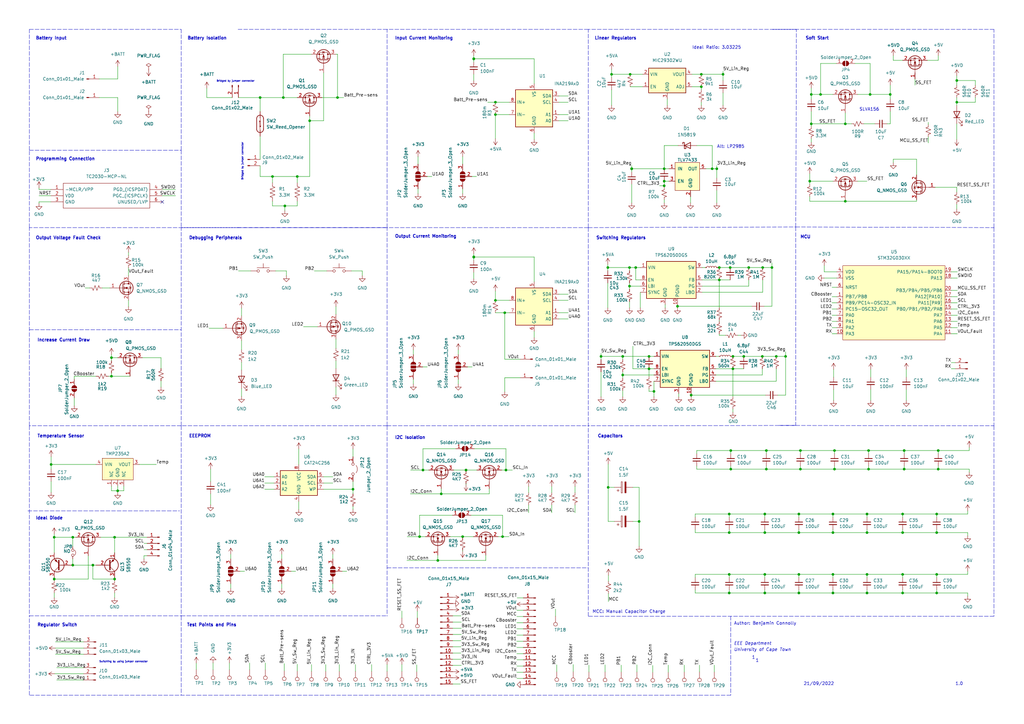
<source format=kicad_sch>
(kicad_sch (version 20211123) (generator eeschema)
  (paper "A3")
  (junction (at 327.66 243.205))
  (junction (at 189.738 220.091))
  (junction (at 370.205 218.44))
  (junction (at 327.66 218.44))
  (junction (at 194.31 105.41) (diameter 1))
  (junction (at 384.175 235.585))
  (junction (at 287.655 35.56))
  (junction (at 191.135 192.786))
  (junction (at 332.74 38.735))
  (junction (at 327.66 210.82))
  (junction (at 341.63 218.44))
  (junction (at 312.801 109.728))
  (junction (at 249.428 199.898))
  (junction (at 111.76 72.39))
  (junction (at 266.192 146.177))
  (junction (at 116.205 40.005))
  (junction (at 392.43 33.02))
  (junction (at 299.085 218.44))
  (junction (at 299.085 210.82))
  (junction (at 206.121 220.091))
  (junction (at 313.69 218.44))
  (junction (at 370.205 243.205))
  (junction (at 341.63 210.82))
  (junction (at 255.397 153.797))
  (junction (at 370.84 184.785))
  (junction (at 277.876 125.603))
  (junction (at 207.01 128.27))
  (junction (at 259.08 69.215) (diameter 1))
  (junction (at 332.105 74.295))
  (junction (at 314.325 184.785))
  (junction (at 258.445 30.48))
  (junction (at 22.225 220.345))
  (junction (at 29.845 231.775))
  (junction (at 258.191 117.348))
  (junction (at 355.6 235.585))
  (junction (at 138.43 40.005))
  (junction (at 342.265 184.785))
  (junction (at 341.63 243.205))
  (junction (at 246.507 146.177))
  (junction (at 384.81 192.405))
  (junction (at 313.69 235.585))
  (junction (at 258.191 109.728))
  (junction (at 173.482 192.786))
  (junction (at 262.128 213.868))
  (junction (at 45.72 146.685))
  (junction (at 328.295 192.405))
  (junction (at 144.78 200.66))
  (junction (at 307.086 109.728))
  (junction (at 312.674 146.177))
  (junction (at 45.72 154.305))
  (junction (at 384.175 210.82))
  (junction (at 355.6 210.82))
  (junction (at 121.92 72.39))
  (junction (at 355.6 218.44))
  (junction (at 318.389 146.177))
  (junction (at 46.99 220.345))
  (junction (at 332.74 50.8))
  (junction (at 322.199 146.177))
  (junction (at 194.31 24.13) (diameter 1))
  (junction (at 116.84 84.455))
  (junction (at 180.975 202.565))
  (junction (at 392.43 41.91))
  (junction (at 172.085 220.091))
  (junction (at 203.2 123.19))
  (junction (at 260.731 109.728))
  (junction (at 356.235 184.785))
  (junction (at 249.301 109.728))
  (junction (at 250.825 30.48))
  (junction (at 300.609 146.177))
  (junction (at 300.609 151.257))
  (junction (at 341.63 235.585))
  (junction (at 266.192 151.257))
  (junction (at 356.87 38.735))
  (junction (at 342.265 192.405))
  (junction (at 365.125 38.735))
  (junction (at 316.611 109.728))
  (junction (at 296.545 30.48))
  (junction (at 355.6 243.205))
  (junction (at 106.68 40.005))
  (junction (at 384.175 218.44))
  (junction (at 314.325 192.405))
  (junction (at 313.69 243.205))
  (junction (at 384.175 243.205))
  (junction (at 272.415 76.2))
  (junction (at 299.72 192.405))
  (junction (at 294.005 69.215))
  (junction (at 22.225 237.49))
  (junction (at 336.55 38.735))
  (junction (at 299.085 243.205))
  (junction (at 370.205 235.585))
  (junction (at 268.224 160.528))
  (junction (at 295.021 109.728))
  (junction (at 295.021 114.808))
  (junction (at 38.1 231.775))
  (junction (at 272.415 69.215))
  (junction (at 299.466 109.728))
  (junction (at 346.71 82.55))
  (junction (at 327.66 235.585))
  (junction (at 305.054 146.177))
  (junction (at 370.205 210.82))
  (junction (at 203.2 46.99))
  (junction (at 179.578 229.87))
  (junction (at 356.235 192.405))
  (junction (at 299.085 235.585))
  (junction (at 272.415 74.295))
  (junction (at 287.655 30.48))
  (junction (at 20.955 190.5))
  (junction (at 203.2 41.91))
  (junction (at 46.99 237.49))
  (junction (at 370.84 192.405))
  (junction (at 207.518 192.786))
  (junction (at 29.845 220.345))
  (junction (at 384.81 184.785))
  (junction (at 255.397 146.177))
  (junction (at 299.72 184.785))
  (junction (at 48.26 201.295))
  (junction (at 346.71 50.8))
  (junction (at 283.464 162.052))
  (junction (at 328.295 184.785))
  (junction (at 127 49.53))
  (junction (at 292.1 69.215))
  (junction (at 313.69 210.82))
  (no_connect (at 66.548 82.804))
  (wire (pts (xy 328.295 184.785) (xy 314.325 184.785)))
  (wire (pts (xy 336.55 26.035) (xy 336.55 38.735)))
  (polyline (pts (xy 326.644 12.065) (xy 241.3 12.065)))
  (polyline (pts (xy 241.3 93.345) (xy 241.3 12.065)))
  (wire (pts (xy 299.085 235.585) (xy 285.115 235.585)))
  (wire (pts (xy 328.295 192.405) (xy 342.265 192.405)))
  (polyline (pts (xy 241.3 93.345) (xy 158.75 93.345)))
  (wire (pts (xy 219.075 105.41) (xy 194.31 105.41)))
  (wire (pts (xy 258.191 123.698) (xy 258.191 126.238)))
  (wire (pts (xy 180.975 202.565) (xy 200.66 202.565)))
  (wire (pts (xy 285.115 218.44) (xy 299.085 218.44)))
  (wire (pts (xy 22.225 236.855) (xy 22.225 237.49)))
  (wire (pts (xy 108.839 271.907) (xy 108.839 274.701)))
  (wire (pts (xy 203.2 123.19) (xy 208.915 123.19)))
  (polyline (pts (xy 12.065 174.625) (xy 12.065 252.73)))
  (wire (pts (xy 45.72 146.685) (xy 45.72 147.955)))
  (wire (pts (xy 390.144 136.906) (xy 392.684 136.906)))
  (wire (pts (xy 136.525 227.33) (xy 136.525 229.235)))
  (wire (pts (xy 108.585 200.66) (xy 112.395 200.66)))
  (wire (pts (xy 370.205 241.935) (xy 370.205 243.205)))
  (wire (pts (xy 272.415 74.295) (xy 274.32 74.295)))
  (wire (pts (xy 346.71 46.355) (xy 346.71 50.8)))
  (wire (pts (xy 169.545 143.51) (xy 169.545 145.415)))
  (wire (pts (xy 327.66 235.585) (xy 313.69 235.585)))
  (wire (pts (xy 144.78 200.66) (xy 144.78 202.565)))
  (wire (pts (xy 365.125 38.735) (xy 356.87 38.735)))
  (wire (pts (xy 121.92 272.415) (xy 121.92 275.209)))
  (wire (pts (xy 211.963 252.857) (xy 214.63 252.857)))
  (wire (pts (xy 116.84 84.455) (xy 121.92 84.455)))
  (wire (pts (xy 132.08 40.005) (xy 138.43 40.005)))
  (wire (pts (xy 127 47.625) (xy 127 49.53)))
  (wire (pts (xy 227.838 249.809) (xy 227.838 252.73)))
  (polyline (pts (xy 407.67 174.625) (xy 407.67 252.73)))
  (wire (pts (xy 396.875 209.55) (xy 396.875 210.82)))
  (wire (pts (xy 293.624 156.337) (xy 318.389 156.337)))
  (wire (pts (xy 261.239 272.669) (xy 261.239 275.59)))
  (wire (pts (xy 189.738 220.599) (xy 189.738 220.091)))
  (wire (pts (xy 314.325 184.785) (xy 299.72 184.785)))
  (wire (pts (xy 229.235 39.37) (xy 233.045 39.37)))
  (wire (pts (xy 216.789 207.137) (xy 216.789 210.312)))
  (wire (pts (xy 272.415 74.295) (xy 272.415 76.2)))
  (wire (pts (xy 356.235 191.135) (xy 356.235 192.405)))
  (wire (pts (xy 98.425 234.315) (xy 100.33 234.315)))
  (wire (pts (xy 299.466 109.728) (xy 307.086 109.728)))
  (wire (pts (xy 189.738 225.679) (xy 189.738 226.06)))
  (wire (pts (xy 283.464 161.417) (xy 283.464 162.052)))
  (wire (pts (xy 262.636 114.808) (xy 260.731 114.808)))
  (wire (pts (xy 235.077 272.542) (xy 235.077 275.463)))
  (wire (pts (xy 254.762 272.796) (xy 254.762 275.59)))
  (wire (pts (xy 22.733 265.811) (xy 34.29 265.811)))
  (wire (pts (xy 140.335 234.315) (xy 142.24 234.315)))
  (wire (pts (xy 370.84 191.135) (xy 370.84 192.405)))
  (wire (pts (xy 235.839 199.517) (xy 235.839 202.057)))
  (wire (pts (xy 375.285 32.385) (xy 375.285 34.925)))
  (wire (pts (xy 171.45 64.262) (xy 171.45 67.31)))
  (wire (pts (xy 255.397 160.147) (xy 255.397 162.687)))
  (wire (pts (xy 106.68 40.005) (xy 106.68 45.72)))
  (wire (pts (xy 293.624 146.177) (xy 294.894 146.177)))
  (wire (pts (xy 30.48 154.305) (xy 30.48 155.575)))
  (wire (pts (xy 255.397 153.797) (xy 255.397 155.067)))
  (wire (pts (xy 175.26 72.39) (xy 177.165 72.39)))
  (wire (pts (xy 164.846 250.571) (xy 164.846 253.492)))
  (wire (pts (xy 319.024 162.052) (xy 322.199 162.052)))
  (wire (pts (xy 173.355 150.495) (xy 175.26 150.495)))
  (wire (pts (xy 46.99 243.205) (xy 46.99 245.11)))
  (wire (pts (xy 211.963 278.257) (xy 214.63 278.257)))
  (wire (pts (xy 384.175 210.82) (xy 384.175 212.09)))
  (wire (pts (xy 351.79 74.295) (xy 355.6 74.295)))
  (wire (pts (xy 171.45 77.47) (xy 171.45 79.375)))
  (wire (pts (xy 127 49.53) (xy 132.715 49.53)))
  (wire (pts (xy 29.845 220.345) (xy 29.845 224.155)))
  (wire (pts (xy 332.74 50.8) (xy 332.74 51.816)))
  (wire (pts (xy 327.66 241.935) (xy 327.66 243.205)))
  (wire (pts (xy 127 49.53) (xy 127 72.39)))
  (wire (pts (xy 396.875 234.315) (xy 396.875 235.585)))
  (wire (pts (xy 259.588 151.257) (xy 266.192 151.257)))
  (wire (pts (xy 23.241 278.892) (xy 34.163 278.892)))
  (wire (pts (xy 171.196 250.698) (xy 171.196 253.492)))
  (wire (pts (xy 99.06 148.59) (xy 99.06 151.765)))
  (wire (pts (xy 191.135 198.374) (xy 191.135 198.755)))
  (wire (pts (xy 45.72 201.295) (xy 48.26 201.295)))
  (polyline (pts (xy 74.295 252.603) (xy 158.75 252.603)))
  (wire (pts (xy 45.72 145.415) (xy 45.72 146.685)))
  (wire (pts (xy 307.086 117.348) (xy 307.086 114.808)))
  (wire (pts (xy 211.963 257.937) (xy 214.63 257.937)))
  (wire (pts (xy 341.63 243.205) (xy 355.6 243.205)))
  (wire (pts (xy 299.72 184.785) (xy 299.72 186.055)))
  (wire (pts (xy 390.144 114.046) (xy 392.684 114.046)))
  (wire (pts (xy 390.144 126.746) (xy 392.684 126.746)))
  (wire (pts (xy 229.235 120.65) (xy 233.045 120.65)))
  (wire (pts (xy 332.105 74.295) (xy 341.63 74.295)))
  (wire (pts (xy 44.45 154.305) (xy 45.72 154.305)))
  (wire (pts (xy 295.021 137.541) (xy 297.561 137.541)))
  (wire (pts (xy 396.875 243.205) (xy 396.875 244.475)))
  (wire (pts (xy 249.428 213.868) (xy 251.968 213.868)))
  (wire (pts (xy 84.836 40.005) (xy 95.25 40.005)))
  (wire (pts (xy 16.002 77.089) (xy 16.002 77.724)))
  (wire (pts (xy 390.144 148.717) (xy 391.795 148.717)))
  (wire (pts (xy 357.124 151.511) (xy 357.124 154.686)))
  (wire (pts (xy 267.716 272.923) (xy 267.716 275.717)))
  (wire (pts (xy 327.66 243.205) (xy 341.63 243.205)))
  (wire (pts (xy 50.8 199.39) (xy 50.8 201.295)))
  (wire (pts (xy 371.729 159.766) (xy 371.729 164.211)))
  (wire (pts (xy 80.518 272.034) (xy 80.518 274.574)))
  (wire (pts (xy 354.33 50.8) (xy 358.775 50.8)))
  (wire (pts (xy 249.301 109.728) (xy 258.191 109.728)))
  (wire (pts (xy 294.386 109.728) (xy 295.021 109.728)))
  (wire (pts (xy 48.26 201.295) (xy 48.26 201.93)))
  (wire (pts (xy 285.75 192.405) (xy 299.72 192.405)))
  (wire (pts (xy 278.384 161.417) (xy 278.384 162.687)))
  (wire (pts (xy 266.192 159.512) (xy 266.192 160.528)))
  (wire (pts (xy 40.64 32.385) (xy 48.26 32.385)))
  (wire (pts (xy 94.107 271.907) (xy 94.107 274.701)))
  (wire (pts (xy 283.464 162.052) (xy 313.944 162.052)))
  (wire (pts (xy 384.175 218.44) (xy 396.875 218.44)))
  (wire (pts (xy 355.6 235.585) (xy 355.6 236.855)))
  (wire (pts (xy 392.43 41.91) (xy 392.43 43.18)))
  (wire (pts (xy 327.66 210.82) (xy 327.66 212.09)))
  (wire (pts (xy 285.115 210.82) (xy 285.115 212.09)))
  (wire (pts (xy 184.658 220.091) (xy 189.738 220.091)))
  (wire (pts (xy 34.925 118.11) (xy 36.83 118.11)))
  (wire (pts (xy 94.615 239.395) (xy 94.615 241.3)))
  (wire (pts (xy 312.801 109.728) (xy 316.611 109.728)))
  (polyline (pts (xy 12.065 61.595) (xy 74.295 61.595)))
  (wire (pts (xy 228.346 272.669) (xy 228.346 275.463)))
  (wire (pts (xy 272.415 76.2) (xy 272.415 76.835)))
  (wire (pts (xy 259.588 141.986) (xy 259.588 151.257)))
  (wire (pts (xy 246.507 144.907) (xy 246.507 146.177)))
  (wire (pts (xy 313.69 241.935) (xy 313.69 243.205)))
  (wire (pts (xy 392.43 83.82) (xy 392.43 85.725)))
  (wire (pts (xy 299.085 241.935) (xy 299.085 243.205)))
  (wire (pts (xy 370.205 210.82) (xy 370.205 212.09)))
  (polyline (pts (xy 158.75 174.625) (xy 241.3 174.625)))
  (wire (pts (xy 296.545 30.48) (xy 287.655 30.48)))
  (wire (pts (xy 52.705 109.855) (xy 52.705 113.03)))
  (wire (pts (xy 191.77 150.495) (xy 193.675 150.495)))
  (wire (pts (xy 180.975 200.406) (xy 180.975 202.565)))
  (wire (pts (xy 132.715 198.12) (xy 136.525 198.12)))
  (wire (pts (xy 370.205 24.765) (xy 366.395 24.765)))
  (wire (pts (xy 380.746 56.134) (xy 380.746 58.6232)))
  (wire (pts (xy 285.115 243.205) (xy 299.085 243.205)))
  (polyline (pts (xy 158.75 232.918) (xy 241.3 232.918)))
  (wire (pts (xy 397.51 192.405) (xy 397.51 193.675)))
  (wire (pts (xy 285.115 241.935) (xy 285.115 243.205)))
  (wire (pts (xy 200.66 200.406) (xy 200.66 202.565)))
  (wire (pts (xy 332.74 40.64) (xy 332.74 38.735)))
  (wire (pts (xy 390.144 111.506) (xy 392.684 111.506)))
  (wire (pts (xy 313.69 210.82) (xy 313.69 212.09)))
  (wire (pts (xy 57.15 190.5) (xy 64.135 190.5)))
  (polyline (pts (xy 241.3 12.065) (xy 158.75 12.065)))
  (polyline (pts (xy 74.295 174.625) (xy 74.295 252.73)))
  (wire (pts (xy 179.578 227.711) (xy 179.578 229.87)))
  (wire (pts (xy 258.191 109.728) (xy 260.731 109.728)))
  (wire (pts (xy 366.395 22.86) (xy 366.395 24.765)))
  (wire (pts (xy 235.839 207.137) (xy 235.839 210.312)))
  (wire (pts (xy 288.036 109.728) (xy 289.306 109.728)))
  (wire (pts (xy 400.05 33.02) (xy 392.43 33.02)))
  (wire (pts (xy 189.23 257.683) (xy 185.674 257.683)))
  (wire (pts (xy 116.205 22.225) (xy 127.635 22.225)))
  (wire (pts (xy 294.005 69.215) (xy 294.005 73.025)))
  (wire (pts (xy 116.205 40.005) (xy 121.92 40.005)))
  (wire (pts (xy 370.205 235.585) (xy 355.6 235.585)))
  (wire (pts (xy 179.578 229.87) (xy 199.263 229.87)))
  (wire (pts (xy 314.325 191.135) (xy 314.325 192.405)))
  (wire (pts (xy 186.944 184.023) (xy 173.482 184.023)))
  (polyline (pts (xy 326.39 93.091) (xy 407.67 93.345)))
  (wire (pts (xy 194.31 104.14) (xy 194.31 105.41)))
  (wire (pts (xy 205.74 192.786) (xy 207.518 192.786)))
  (wire (pts (xy 132.715 29.845) (xy 132.715 49.53)))
  (wire (pts (xy 313.69 235.585) (xy 299.085 235.585)))
  (wire (pts (xy 46.99 220.345) (xy 60.325 220.345)))
  (wire (pts (xy 116.586 272.161) (xy 116.586 275.082)))
  (wire (pts (xy 262.636 119.888) (xy 262.636 126.238)))
  (wire (pts (xy 341.63 210.82) (xy 327.66 210.82)))
  (wire (pts (xy 121.92 82.55) (xy 121.92 84.455)))
  (wire (pts (xy 250.825 30.48) (xy 250.825 31.75)))
  (wire (pts (xy 371.729 151.511) (xy 371.729 154.686)))
  (wire (pts (xy 350.647 26.035) (xy 356.87 26.035)))
  (wire (pts (xy 52.705 123.19) (xy 52.705 125.73)))
  (wire (pts (xy 346.71 82.55) (xy 375.92 82.55)))
  (wire (pts (xy 292.1 59.69) (xy 292.1 69.215)))
  (wire (pts (xy 211.963 250.317) (xy 214.63 250.317)))
  (wire (pts (xy 286.893 272.796) (xy 286.893 275.59)))
  (wire (pts (xy 137.795 22.225) (xy 138.43 22.225)))
  (wire (pts (xy 36.195 237.49) (xy 22.225 237.49)))
  (polyline (pts (xy 158.75 93.345) (xy 97.155 93.345)))
  (wire (pts (xy 288.036 117.348) (xy 307.086 117.348)))
  (wire (pts (xy 370.205 217.17) (xy 370.205 218.44)))
  (wire (pts (xy 299.72 192.405) (xy 314.325 192.405)))
  (wire (pts (xy 259.08 75.565) (xy 259.08 83.185)))
  (wire (pts (xy 312.801 114.808) (xy 312.801 119.888)))
  (wire (pts (xy 272.415 81.915) (xy 272.415 83.185)))
  (wire (pts (xy 119.38 234.315) (xy 121.285 234.315)))
  (wire (pts (xy 313.69 218.44) (xy 327.66 218.44)))
  (wire (pts (xy 299.085 243.205) (xy 313.69 243.205)))
  (wire (pts (xy 318.389 146.177) (xy 322.199 146.177)))
  (wire (pts (xy 213.36 154.94) (xy 207.01 154.94)))
  (wire (pts (xy 121.92 72.39) (xy 127 72.39)))
  (wire (pts (xy 16.002 80.264) (xy 20.828 80.264)))
  (wire (pts (xy 189.103 252.603) (xy 185.674 252.603)))
  (wire (pts (xy 332.74 45.72) (xy 332.74 50.8)))
  (wire (pts (xy 193.167 211.328) (xy 206.121 211.328)))
  (wire (pts (xy 108.585 195.58) (xy 112.395 195.58)))
  (wire (pts (xy 341.884 159.766) (xy 341.884 164.211)))
  (wire (pts (xy 262.636 117.348) (xy 258.191 117.348)))
  (wire (pts (xy 136.525 239.395) (xy 136.525 241.3)))
  (wire (pts (xy 258.191 117.348) (xy 258.191 118.618)))
  (wire (pts (xy 99.06 139.7) (xy 99.06 143.51)))
  (wire (pts (xy 46.99 237.49) (xy 46.99 238.125)))
  (wire (pts (xy 272.415 69.215) (xy 272.415 59.69)))
  (polyline (pts (xy 74.295 174.625) (xy 12.065 174.625)))
  (wire (pts (xy 292.1 69.215) (xy 289.56 69.215)))
  (wire (pts (xy 363.855 50.8) (xy 365.125 50.8)))
  (polyline (pts (xy 407.67 93.345) (xy 407.67 174.625)))
  (wire (pts (xy 189.738 220.091) (xy 194.183 220.091)))
  (wire (pts (xy 266.192 160.528) (xy 268.224 160.528)))
  (wire (pts (xy 300.609 146.177) (xy 305.054 146.177)))
  (wire (pts (xy 332.74 36.195) (xy 332.74 38.735)))
  (wire (pts (xy 59.055 225.425) (xy 60.325 225.425)))
  (wire (pts (xy 66.548 80.264) (xy 72.009 80.264)))
  (wire (pts (xy 258.191 117.348) (xy 258.191 116.078)))
  (wire (pts (xy 164.846 272.542) (xy 164.846 275.336)))
  (wire (pts (xy 258.445 35.56) (xy 263.525 35.56)))
  (wire (pts (xy 313.69 210.82) (xy 299.085 210.82)))
  (wire (pts (xy 292.1 69.215) (xy 294.005 69.215)))
  (wire (pts (xy 122.555 205.74) (xy 122.555 208.915)))
  (wire (pts (xy 194.31 30.48) (xy 194.31 33.02)))
  (wire (pts (xy 375.92 65.278) (xy 366.395 65.278)))
  (polyline (pts (xy 12.065 285.115) (xy 12.065 252.73)))
  (wire (pts (xy 250.825 36.83) (xy 250.825 43.18)))
  (wire (pts (xy 124.46 133.985) (xy 130.175 133.985)))
  (wire (pts (xy 229.235 49.53) (xy 233.045 49.53)))
  (wire (pts (xy 327.66 218.44) (xy 341.63 218.44)))
  (wire (pts (xy 249.301 108.458) (xy 249.301 109.728)))
  (wire (pts (xy 189.103 265.303) (xy 185.674 265.303)))
  (wire (pts (xy 273.685 40.64) (xy 273.685 43.18)))
  (wire (pts (xy 274.32 69.215) (xy 272.415 69.215)))
  (polyline (pts (xy 97.79 93.345) (xy 12.065 93.345)))
  (wire (pts (xy 299.085 235.585) (xy 299.085 236.855)))
  (wire (pts (xy 39.37 154.305) (xy 30.48 154.305)))
  (wire (pts (xy 194.31 24.13) (xy 194.31 25.4)))
  (polyline (pts (xy 74.295 93.345) (xy 158.75 93.345)))
  (wire (pts (xy 262.128 199.898) (xy 262.128 213.868)))
  (wire (pts (xy 249.555 243.459) (xy 249.555 246.761)))
  (wire (pts (xy 285.115 235.585) (xy 285.115 236.855)))
  (wire (pts (xy 193.548 72.39) (xy 195.453 72.39)))
  (wire (pts (xy 45.72 154.305) (xy 53.34 154.305)))
  (wire (pts (xy 170.942 272.669) (xy 170.942 275.463)))
  (wire (pts (xy 343.154 111.506) (xy 338.074 111.506)))
  (wire (pts (xy 259.588 213.868) (xy 262.128 213.868)))
  (wire (pts (xy 299.085 210.82) (xy 285.115 210.82)))
  (wire (pts (xy 41.91 118.11) (xy 45.085 118.11)))
  (polyline (pts (xy 158.75 174.625) (xy 74.295 174.625)))
  (wire (pts (xy 400.05 41.91) (xy 392.43 41.91)))
  (wire (pts (xy 38.1 231.775) (xy 38.1 237.49)))
  (polyline (pts (xy 12.065 61.595) (xy 12.065 12.065)))
  (wire (pts (xy 133.604 272.542) (xy 133.604 275.336)))
  (polyline (pts (xy 74.295 61.595) (xy 74.295 12.065)))
  (polyline (pts (xy 326.39 174.498) (xy 241.3 174.625)))
  (wire (pts (xy 277.876 124.968) (xy 277.876 125.603)))
  (wire (pts (xy 332.74 56.896) (xy 332.74 58.293)))
  (wire (pts (xy 207.01 128.27) (xy 207.01 147.32)))
  (wire (pts (xy 356.235 192.405) (xy 370.84 192.405)))
  (wire (pts (xy 307.086 109.728) (xy 312.801 109.728)))
  (wire (pts (xy 106.68 40.005) (xy 116.205 40.005)))
  (wire (pts (xy 219.075 34.29) (xy 219.075 24.13)))
  (wire (pts (xy 138.43 40.005) (xy 140.97 40.005)))
  (wire (pts (xy 295.021 109.728) (xy 299.466 109.728)))
  (wire (pts (xy 29.845 220.345) (xy 31.115 220.345)))
  (wire (pts (xy 189.738 77.47) (xy 189.738 79.375)))
  (wire (pts (xy 191.135 192.786) (xy 195.58 192.786)))
  (wire (pts (xy 87.376 271.907) (xy 87.376 274.701)))
  (wire (pts (xy 400.05 34.925) (xy 400.05 33.02)))
  (wire (pts (xy 206.121 220.091) (xy 208.788 220.091)))
  (wire (pts (xy 258.445 30.48) (xy 250.825 30.48)))
  (wire (pts (xy 23.241 273.812) (xy 34.163 273.812)))
  (polyline (pts (xy 326.39 93.091) (xy 326.39 174.498)))
  (wire (pts (xy 194.31 105.41) (xy 194.31 106.68)))
  (wire (pts (xy 41.275 220.345) (xy 46.99 220.345)))
  (wire (pts (xy 187.96 143.51) (xy 187.96 145.415)))
  (wire (pts (xy 229.235 130.81) (xy 233.045 130.81)))
  (wire (pts (xy 366.395 65.278) (xy 366.395 66.675)))
  (wire (pts (xy 259.588 199.898) (xy 262.128 199.898)))
  (polyline (pts (xy 299.72 285.115) (xy 12.065 285.115)))
  (wire (pts (xy 341.63 241.935) (xy 341.63 243.205)))
  (wire (pts (xy 260.731 109.728) (xy 262.636 109.728)))
  (wire (pts (xy 139.192 272.542) (xy 139.192 275.336)))
  (wire (pts (xy 211.963 265.557) (xy 214.63 265.557)))
  (wire (pts (xy 22.225 243.205) (xy 22.225 245.11)))
  (wire (pts (xy 384.81 184.785) (xy 370.84 184.785)))
  (wire (pts (xy 45.72 199.39) (xy 45.72 201.295)))
  (wire (pts (xy 255.397 153.797) (xy 268.224 153.797)))
  (wire (pts (xy 189.103 267.843) (xy 185.674 267.843)))
  (wire (pts (xy 338.074 108.966) (xy 338.074 111.506)))
  (wire (pts (xy 287.655 41.91) (xy 287.655 43.18)))
  (wire (pts (xy 219.075 54.61) (xy 219.075 57.15)))
  (wire (pts (xy 384.175 235.585) (xy 370.205 235.585)))
  (wire (pts (xy 226.314 207.137) (xy 226.314 210.312)))
  (wire (pts (xy 355.6 218.44) (xy 370.205 218.44)))
  (wire (pts (xy 211.963 273.177) (xy 214.63 273.177)))
  (wire (pts (xy 390.144 119.126) (xy 392.684 119.126)))
  (wire (pts (xy 216.789 199.517) (xy 216.789 202.057)))
  (wire (pts (xy 66.548 77.724) (xy 72.009 77.724)))
  (wire (pts (xy 365.125 40.64) (xy 365.125 38.735)))
  (wire (pts (xy 185.547 211.328) (xy 172.085 211.328)))
  (wire (pts (xy 207.01 128.27) (xy 208.915 128.27)))
  (wire (pts (xy 249.428 190.373) (xy 249.428 199.898)))
  (wire (pts (xy 341.63 217.17) (xy 341.63 218.44)))
  (wire (pts (xy 204.343 220.091) (xy 206.121 220.091)))
  (wire (pts (xy 375.92 71.755) (xy 375.92 65.278)))
  (wire (pts (xy 332.105 71.247) (xy 332.105 74.295)))
  (wire (pts (xy 249.301 109.728) (xy 249.301 110.998)))
  (wire (pts (xy 207.518 192.786) (xy 210.185 192.786)))
  (wire (pts (xy 392.43 50.8) (xy 392.43 57.15)))
  (wire (pts (xy 106.68 72.39) (xy 106.68 67.945)))
  (wire (pts (xy 144.78 197.485) (xy 144.78 200.66)))
  (wire (pts (xy 48.26 32.385) (xy 48.26 27.305)))
  (polyline (pts (xy 11.43 209.55) (xy 73.66 209.55)))
  (wire (pts (xy 322.199 146.177) (xy 322.199 162.052)))
  (wire (pts (xy 370.205 235.585) (xy 370.205 236.855)))
  (polyline (pts (xy 74.295 174.625) (xy 74.295 93.345)))
  (wire (pts (xy 249.428 199.898) (xy 251.968 199.898)))
  (wire (pts (xy 314.325 192.405) (xy 328.295 192.405)))
  (wire (pts (xy 296.545 29.21) (xy 296.545 30.48)))
  (wire (pts (xy 206.121 211.328) (xy 206.121 220.091)))
  (wire (pts (xy 299.085 210.82) (xy 299.085 212.09)))
  (wire (pts (xy 341.884 151.511) (xy 341.884 154.686)))
  (wire (pts (xy 384.175 241.935) (xy 384.175 243.205)))
  (wire (pts (xy 336.55 26.035) (xy 343.027 26.035)))
  (polyline (pts (xy 158.75 174.625) (xy 158.75 93.345)))
  (wire (pts (xy 203.2 41.91) (xy 208.915 41.91)))
  (wire (pts (xy 316.611 107.823) (xy 316.611 109.728)))
  (wire (pts (xy 152.4 272.542) (xy 152.4 275.336)))
  (wire (pts (xy 66.04 156.21) (xy 66.04 158.75)))
  (wire (pts (xy 200.025 41.91) (xy 203.2 41.91)))
  (wire (pts (xy 277.876 125.603) (xy 277.876 126.238)))
  (wire (pts (xy 172.085 211.328) (xy 172.085 220.091)))
  (wire (pts (xy 144.78 184.15) (xy 144.78 187.325)))
  (wire (pts (xy 392.43 76.835) (xy 392.43 78.74)))
  (wire (pts (xy 305.054 146.177) (xy 312.674 146.177)))
  (wire (pts (xy 203.2 119.38) (xy 203.2 123.19)))
  (wire (pts (xy 145.796 272.542) (xy 145.796 275.336)))
  (wire (pts (xy 66.04 146.685) (xy 58.42 146.685)))
  (wire (pts (xy 293.624 151.257) (xy 300.609 151.257)))
  (wire (pts (xy 241.554 272.796) (xy 241.554 275.59)))
  (wire (pts (xy 285.115 217.17) (xy 285.115 218.44)))
  (wire (pts (xy 246.507 152.527) (xy 246.507 162.687)))
  (wire (pts (xy 355.6 210.82) (xy 355.6 212.09)))
  (wire (pts (xy 341.63 218.44) (xy 355.6 218.44)))
  (wire (pts (xy 392.43 33.02) (xy 392.43 34.925)))
  (wire (pts (xy 295.021 114.808) (xy 299.466 114.808)))
  (wire (pts (xy 194.564 184.023) (xy 207.518 184.023)))
  (wire (pts (xy 355.6 217.17) (xy 355.6 218.44)))
  (wire (pts (xy 207.01 154.94) (xy 207.01 160.655)))
  (wire (pts (xy 22.225 237.49) (xy 22.225 238.125)))
  (wire (pts (xy 322.199 144.272) (xy 322.199 146.177)))
  (wire (pts (xy 390.144 134.366) (xy 392.684 134.366)))
  (wire (pts (xy 194.31 111.76) (xy 194.31 114.3)))
  (wire (pts (xy 332.105 80.645) (xy 332.105 82.55)))
  (wire (pts (xy 313.69 217.17) (xy 313.69 218.44)))
  (wire (pts (xy 294.005 67.945) (xy 294.005 69.215)))
  (wire (pts (xy 384.175 243.205) (xy 396.875 243.205)))
  (wire (pts (xy 355.6 243.205) (xy 370.205 243.205)))
  (wire (pts (xy 283.845 30.48) (xy 287.655 30.48)))
  (wire (pts (xy 384.175 235.585) (xy 396.875 235.585)))
  (wire (pts (xy 38.1 237.49) (xy 46.99 237.49)))
  (wire (pts (xy 342.265 184.785) (xy 342.265 186.055)))
  (wire (pts (xy 316.611 109.728) (xy 316.611 125.603)))
  (wire (pts (xy 355.6 241.935) (xy 355.6 243.205)))
  (wire (pts (xy 20.955 190.5) (xy 39.37 190.5)))
  (wire (pts (xy 249.301 116.078) (xy 249.301 126.238)))
  (wire (pts (xy 113.03 111.125) (xy 117.475 111.125)))
  (polyline (pts (xy 407.67 252.73) (xy 241.3 252.73)))
  (wire (pts (xy 384.175 210.82) (xy 370.205 210.82)))
  (wire (pts (xy 211.963 255.397) (xy 214.63 255.397)))
  (wire (pts (xy 16.002 82.804) (xy 16.002 83.439)))
  (wire (pts (xy 22.733 268.351) (xy 34.29 268.351)))
  (wire (pts (xy 300.609 167.767) (xy 300.609 169.037)))
  (wire (pts (xy 132.715 200.66) (xy 144.78 200.66)))
  (wire (pts (xy 390.144 129.286) (xy 392.684 129.286)))
  (wire (pts (xy 332.105 74.295) (xy 332.105 75.565)))
  (wire (pts (xy 384.81 191.135) (xy 384.81 192.405)))
  (polyline (pts (xy 12.065 12.065) (xy 74.295 12.065)))
  (wire (pts (xy 332.74 50.8) (xy 346.71 50.8)))
  (wire (pts (xy 288.036 114.808) (xy 295.021 114.808)))
  (wire (pts (xy 22.225 219.075) (xy 22.225 220.345)))
  (wire (pts (xy 357.124 159.766) (xy 357.124 164.211)))
  (wire (pts (xy 295.021 136.906) (xy 295.021 137.541)))
  (wire (pts (xy 211.963 275.717) (xy 214.63 275.717)))
  (wire (pts (xy 341.63 235.585) (xy 327.66 235.585)))
  (wire (pts (xy 342.265 192.405) (xy 356.235 192.405)))
  (wire (pts (xy 396.875 218.44) (xy 396.875 219.71)))
  (wire (pts (xy 249.555 235.966) (xy 249.555 238.379)))
  (wire (pts (xy 111.76 72.39) (xy 106.68 72.39)))
  (wire (pts (xy 280.67 272.796) (xy 280.67 275.59)))
  (wire (pts (xy 342.265 191.135) (xy 342.265 192.405)))
  (wire (pts (xy 211.963 270.637) (xy 214.63 270.637)))
  (wire (pts (xy 194.31 22.86) (xy 194.31 24.13)))
  (wire (pts (xy 248.158 272.669) (xy 248.158 275.59)))
  (wire (pts (xy 46.99 236.855) (xy 46.99 237.49)))
  (wire (pts (xy 86.36 192.405) (xy 86.36 197.485)))
  (wire (pts (xy 203.2 128.27) (xy 207.01 128.27)))
  (wire (pts (xy 328.295 184.785) (xy 328.295 186.055)))
  (wire (pts (xy 299.72 191.135) (xy 299.72 192.405)))
  (wire (pts (xy 288.036 119.888) (xy 312.801 119.888)))
  (wire (pts (xy 219.075 24.13) (xy 194.31 24.13)))
  (wire (pts (xy 111.76 82.55) (xy 111.76 84.455)))
  (wire (pts (xy 370.205 218.44) (xy 384.175 218.44)))
  (wire (pts (xy 397.51 183.515) (xy 397.51 184.785)))
  (wire (pts (xy 313.69 235.585) (xy 313.69 236.855)))
  (wire (pts (xy 203.2 46.99) (xy 203.2 56.896)))
  (wire (pts (xy 20.955 187.325) (xy 20.955 190.5)))
  (wire (pts (xy 400.05 40.005) (xy 400.05 41.91)))
  (wire (pts (xy 375.92 82.55) (xy 375.92 81.915)))
  (wire (pts (xy 255.397 146.177) (xy 266.192 146.177)))
  (wire (pts (xy 29.845 229.235) (xy 29.845 231.775)))
  (wire (pts (xy 299.974 146.177) (xy 300.609 146.177)))
  (wire (pts (xy 259.08 69.215) (xy 259.08 70.485)))
  (polyline (pts (xy 299.72 252.73) (xy 299.72 285.115)))
  (wire (pts (xy 187.96 155.575) (xy 187.96 157.48)))
  (wire (pts (xy 250.825 28.448) (xy 250.825 30.48)))
  (wire (pts (xy 312.674 153.797) (xy 312.674 151.257)))
  (wire (pts (xy 50.8 201.295) (xy 48.26 201.295)))
  (polyline (pts (xy 316.865 12.065) (xy 407.67 12.065)))
  (wire (pts (xy 380.746 50.165) (xy 380.746 51.054)))
  (polyline (pts (xy 12.065 135.255) (xy 74.295 135.255)))
  (wire (pts (xy 172.085 220.091) (xy 174.498 220.091)))
  (wire (pts (xy 341.249 129.286) (xy 343.154 129.286)))
  (wire (pts (xy 46.99 220.345) (xy 46.99 226.695)))
  (wire (pts (xy 144.78 207.645) (xy 144.78 208.915)))
  (wire (pts (xy 116.84 84.455) (xy 116.84 86.36)))
  (wire (pts (xy 246.507 146.177) (xy 246.507 147.447)))
  (wire (pts (xy 189.103 262.763) (xy 185.674 262.763)))
  (wire (pts (xy 283.21 80.645) (xy 283.21 83.185)))
  (wire (pts (xy 266.192 154.432) (xy 266.192 151.257)))
  (wire (pts (xy 102.362 271.907) (xy 102.362 274.701)))
  (polyline (pts (xy 74.295 252.73) (xy 74.295 285.115)))
  (wire (pts (xy 292.989 272.796) (xy 292.989 275.59)))
  (wire (pts (xy 59.055 222.885) (xy 60.325 222.885)))
  (wire (pts (xy 370.84 192.405) (xy 384.81 192.405)))
  (wire (pts (xy 356.235 184.785) (xy 356.235 186.055)))
  (wire (pts (xy 356.87 26.035) (xy 356.87 38.735)))
  (wire (pts (xy 22.225 220.345) (xy 29.845 220.345)))
  (wire (pts (xy 383.54 76.835) (xy 392.43 76.835)))
  (wire (pts (xy 294.005 78.105) (xy 294.005 83.185)))
  (wire (pts (xy 137.795 158.75) (xy 137.795 161.925)))
  (wire (pts (xy 384.81 22.86) (xy 384.81 24.765)))
  (wire (pts (xy 229.235 123.19) (xy 233.045 123.19)))
  (wire (pts (xy 84.836 36.195) (xy 84.836 40.005)))
  (wire (pts (xy 169.545 155.575) (xy 169.545 157.48)))
  (wire (pts (xy 229.235 46.99) (xy 233.045 46.99)))
  (wire (pts (xy 199.263 227.711) (xy 199.263 229.87)))
  (wire (pts (xy 166.878 229.87) (xy 179.578 229.87)))
  (wire (pts (xy 86.36 202.565) (xy 86.36 207.01)))
  (polyline (pts (xy 74.295 61.595) (xy 74.295 93.345)))
  (wire (pts (xy 296.545 33.02) (xy 296.545 30.48)))
  (wire (pts (xy 97.79 40.005) (xy 106.68 40.005)))
  (wire (pts (xy 287.655 35.56) (xy 287.655 36.83)))
  (wire (pts (xy 270.51 76.2) (xy 272.415 76.2)))
  (polyline (pts (xy 326.39 93.091) (xy 326.644 12.065)))
  (wire (pts (xy 167.005 220.091) (xy 172.085 220.091)))
  (wire (pts (xy 189.103 270.383) (xy 185.674 270.383)))
  (wire (pts (xy 299.72 184.785) (xy 285.75 184.785)))
  (wire (pts (xy 207.01 147.32) (xy 213.36 147.32)))
  (wire (pts (xy 59.055 227.965) (xy 60.325 227.965)))
  (wire (pts (xy 327.66 235.585) (xy 327.66 236.855)))
  (wire (pts (xy 111.76 72.39) (xy 121.92 72.39)))
  (wire (pts (xy 59.055 227.965) (xy 59.055 229.235)))
  (wire (pts (xy 249.428 199.898) (xy 249.428 213.868)))
  (wire (pts (xy 203.2 46.99) (xy 208.915 46.99)))
  (wire (pts (xy 365.125 45.72) (xy 365.125 50.8)))
  (wire (pts (xy 48.26 146.685) (xy 45.72 146.685)))
  (wire (pts (xy 384.81 192.405) (xy 397.51 192.405)))
  (wire (pts (xy 85.725 134.62) (xy 91.44 134.62)))
  (wire (pts (xy 274.066 272.796) (xy 274.066 275.717)))
  (wire (pts (xy 36.195 227.965) (xy 36.195 237.49)))
  (wire (pts (xy 116.205 22.225) (xy 116.205 40.005)))
  (wire (pts (xy 30.48 163.195) (xy 30.48 166.37)))
  (wire (pts (xy 300.609 151.257) (xy 305.054 151.257)))
  (wire (pts (xy 229.235 128.27) (xy 233.045 128.27)))
  (wire (pts (xy 211.963 260.477) (xy 214.63 260.477)))
  (wire (pts (xy 370.84 184.785) (xy 370.84 186.055)))
  (wire (pts (xy 390.144 121.666) (xy 392.684 121.666)))
  (wire (pts (xy 189.23 255.143) (xy 185.674 255.143)))
  (wire (pts (xy 45.72 153.035) (xy 45.72 154.305)))
  (wire (pts (xy 392.43 33.02) (xy 392.43 31.115)))
  (wire (pts (xy 313.436 125.603) (xy 316.611 125.603)))
  (wire (pts (xy 355.6 235.585) (xy 341.63 235.585)))
  (wire (pts (xy 370.205 210.82) (xy 355.6 210.82)))
  (wire (pts (xy 332.74 38.735) (xy 336.55 38.735)))
  (polyline (pts (xy 12.065 174.625) (xy 12.065 93.345)))
  (wire (pts (xy 48.26 40.005) (xy 48.26 45.72)))
  (wire (pts (xy 259.08 67.945) (xy 259.08 69.215)))
  (wire (pts (xy 122.555 184.15) (xy 122.555 190.5)))
  (wire (pts (xy 341.63 210.82) (xy 341.63 212.09)))
  (wire (pts (xy 390.144 151.257) (xy 391.795 151.257)))
  (wire (pts (xy 260.731 114.808) (xy 260.731 109.728)))
  (wire (pts (xy 108.585 198.12) (xy 112.395 198.12)))
  (wire (pts (xy 384.175 235.585) (xy 384.175 236.855)))
  (wire (pts (xy 137.795 147.955) (xy 137.795 151.13)))
  (wire (pts (xy 390.144 124.206) (xy 392.684 124.206)))
  (polyline (pts (xy 158.75 12.065) (xy 97.155 12.065)))
  (wire (pts (xy 191.135 193.294) (xy 191.135 192.786)))
  (wire (pts (xy 390.144 131.826) (xy 392.684 131.826)))
  (wire (pts (xy 255.397 146.177) (xy 255.397 147.447)))
  (wire (pts (xy 212.09 245.237) (xy 214.63 245.237)))
  (wire (pts (xy 168.275 202.565) (xy 180.975 202.565)))
  (wire (pts (xy 137.795 139.065) (xy 137.795 142.875)))
  (wire (pts (xy 189.738 64.262) (xy 189.738 67.31)))
  (wire (pts (xy 22.479 276.352) (xy 34.163 276.352)))
  (wire (pts (xy 189.23 272.923) (xy 185.674 272.923)))
  (wire (pts (xy 341.249 124.206) (xy 343.154 124.206)))
  (wire (pts (xy 262.128 213.868) (xy 262.128 224.028)))
  (wire (pts (xy 327.66 217.17) (xy 327.66 218.44)))
  (wire (pts (xy 268.224 156.337) (xy 268.224 160.528)))
  (wire (pts (xy 20.828 77.724) (xy 16.002 77.724)))
  (wire (pts (xy 158.75 272.542) (xy 158.75 275.336)))
  (wire (pts (xy 258.445 30.48) (xy 263.525 30.48)))
  (wire (pts (xy 186.055 192.786) (xy 191.135 192.786)))
  (wire (pts (xy 173.482 184.023) (xy 173.482 192.786)))
  (wire (pts (xy 189.23 260.223) (xy 185.674 260.223)))
  (wire (pts (xy 300.609 151.257) (xy 300.609 162.687)))
  (wire (pts (xy 128.905 111.125) (xy 133.985 111.125)))
  (wire (pts (xy 299.085 218.44) (xy 313.69 218.44)))
  (wire (pts (xy 29.845 231.775) (xy 38.1 231.775)))
  (wire (pts (xy 168.402 192.786) (xy 173.482 192.786)))
  (wire (pts (xy 188.849 280.543) (xy 185.674 280.543)))
  (wire (pts (xy 266.192 146.177) (xy 268.224 146.177)))
  (wire (pts (xy 285.75 59.69) (xy 292.1 59.69)))
  (wire (pts (xy 380.365 24.765) (xy 384.81 24.765)))
  (wire (pts (xy 106.68 55.88) (xy 106.68 65.405)))
  (wire (pts (xy 16.002 82.804) (xy 20.828 82.804)))
  (wire (pts (xy 207.518 184.023) (xy 207.518 192.786)))
  (wire (pts (xy 246.507 146.177) (xy 255.397 146.177)))
  (wire (pts (xy 219.075 135.89) (xy 219.075 138.43)))
  (wire (pts (xy 48.26 199.39) (xy 48.26 201.295)))
  (polyline (pts (xy 319.532 174.498) (xy 407.67 174.625)))
  (wire (pts (xy 272.415 59.69) (xy 278.13 59.69)))
  (wire (pts (xy 384.81 184.785) (xy 397.51 184.785)))
  (wire (pts (xy 22.225 220.345) (xy 22.225 226.695)))
  (wire (pts (xy 283.845 35.56) (xy 287.655 35.56)))
  (wire (pts (xy 137.795 125.73) (xy 137.795 128.905)))
  (wire (pts (xy 99.06 126.365) (xy 99.06 129.54)))
  (polyline (pts (xy 158.75 174.625) (xy 158.75 252.73)))
  (wire (pts (xy 40.64 40.005) (xy 48.26 40.005)))
  (wire (pts (xy 313.69 243.205) (xy 327.66 243.205)))
  (wire (pts (xy 355.6 210.82) (xy 341.63 210.82)))
  (wire (pts (xy 327.66 210.82) (xy 313.69 210.82)))
  (wire (pts (xy 318.389 151.257) (xy 318.389 156.337)))
  (wire (pts (xy 94.615 227.33) (xy 94.615 229.235)))
  (wire (pts (xy 302.641 137.541) (xy 303.911 137.541)))
  (wire (pts (xy 211.963 263.017) (xy 214.63 263.017)))
  (polyline (pts (xy 241.3 252.73) (xy 241.3 174.625)))
  (wire (pts (xy 295.021 131.318) (xy 295.021 131.826)))
  (wire (pts (xy 268.224 160.528) (xy 268.224 162.687)))
  (wire (pts (xy 115.57 239.395) (xy 115.57 241.3)))
  (wire (pts (xy 99.06 159.385) (xy 99.06 162.56)))
  (wire (pts (xy 341.63 235.585) (xy 341.63 236.855)))
  (polyline (pts (xy 241.3 93.345) (xy 241.3 174.625)))
  (wire (pts (xy 115.57 227.33) (xy 115.57 229.235)))
  (wire (pts (xy 336.55 38.735) (xy 341.63 38.735)))
  (wire (pts (xy 219.075 115.57) (xy 219.075 105.41)))
  (wire (pts (xy 384.175 210.82) (xy 396.875 210.82)))
  (wire (pts (xy 341.249 121.666) (xy 343.154 121.666)))
  (wire (pts (xy 314.325 184.785) (xy 314.325 186.055)))
  (wire (pts (xy 299.085 217.17) (xy 299.085 218.44)))
  (wire (pts (xy 341.249 134.366) (xy 343.154 134.366)))
  (wire (pts (xy 211.963 268.097) (xy 214.63 268.097)))
  (wire (pts (xy 346.71 82.55) (xy 346.71 81.915)))
  (wire (pts (xy 328.295 191.135) (xy 328.295 192.405)))
  (wire (pts (xy 111.76 84.455) (xy 116.84 84.455)))
  (wire (pts (xy 52.705 103.505) (xy 52.705 104.775)))
  (wire (pts (xy 384.175 217.17) (xy 384.175 218.44)))
  (wire (pts (xy 341.249 136.906) (xy 343.154 136.906)))
  (wire (pts (xy 365.125 34.925) (xy 365.125 38.735)))
  (wire (pts (xy 356.235 184.785) (xy 342.265 184.785)))
  (wire (pts (xy 127.762 272.542) (xy 127.762 275.336)))
  (polyline (pts (xy 407.67 93.345) (xy 407.67 12.065)))
  (wire (pts (xy 370.205 243.205) (xy 384.175 243.205)))
  (wire (pts (xy 277.876 125.603) (xy 308.356 125.603)))
  (wire (pts (xy 22.733 263.271) (xy 34.29 263.271)))
  (wire (pts (xy 293.624 153.797) (xy 312.674 153.797)))
  (wire (pts (xy 370.84 184.785) (xy 356.235 184.785)))
  (wire (pts (xy 117.475 113.03) (xy 117.475 111.125)))
  (wire (pts (xy 341.249 126.746) (xy 343.154 126.746)))
  (wire (pts (xy 259.08 69.215) (xy 272.415 69.215)))
  (wire (pts (xy 285.75 191.135) (xy 285.75 192.405)))
  (wire (pts (xy 312.674 146.177) (xy 318.389 146.177)))
  (wire (pts (xy 229.235 41.91) (xy 233.045 41.91)))
  (wire (pts (xy 349.25 50.8) (xy 346.71 50.8)))
  (wire (pts (xy 296.545 38.1) (xy 296.545 43.18)))
  (polyline (pts (xy 12.065 93.345) (xy 12.065 61.595)))
  (wire (pts (xy 226.314 199.517) (xy 226.314 202.057)))
  (wire (pts (xy 342.265 184.785) (xy 328.295 184.785)))
  (wire (pts (xy 38.1 231.775) (xy 39.37 231.775)))
  (wire (pts (xy 332.105 82.55) (xy 346.71 82.55)))
  (wire (pts (xy 111.76 72.39) (xy 111.76 74.93)))
  (wire (pts (xy 283.464 162.052) (xy 283.464 162.687)))
  (wire (pts (xy 255.397 153.797) (xy 255.397 152.527)))
  (polyline (pts (xy 12.065 252.603) (xy 74.295 252.603)))
  (wire (pts (xy 20.955 190.5) (xy 20.955 192.405)))
  (wire (pts (xy 138.43 22.225) (xy 138.43 40.005)))
  (wire (pts (xy 258.191 109.728) (xy 258.191 110.998)))
  (wire (pts (xy 384.81 184.785) (xy 384.81 186.055)))
  (wire (pts (xy 97.79 111.125) (xy 102.87 111.125)))
  (wire (pts (xy 20.955 197.485) (xy 20.955 201.93)))
  (polyline (pts (xy 158.75 93.345) (xy 158.75 12.065)))
  (polyline (pts (xy 241.3 93.345) (xy 326.39 93.091)))
  (wire (pts (xy 341.249 131.826) (xy 343.154 131.826)))
  (wire (pts (xy 272.796 124.968) (xy 272.796 126.238)))
  (wire (pts (xy 148.59 113.03) (xy 148.59 111.125)))
  (wire (pts (xy 392.43 40.005) (xy 392.43 41.91)))
  (wire (pts (xy 356.87 38.735) (xy 351.79 38.735)))
  (wire (pts (xy 66.04 151.13) (xy 66.04 146.685)))
  (wire (pts (xy 121.92 72.39) (xy 121.92 74.93)))
  (wire (pts (xy 173.482 192.786) (xy 175.895 192.786)))
  (wire (pts (xy 132.715 195.58) (xy 136.525 195.58)))
  (wire (pts (xy 285.75 184.785) (xy 285.75 186.055)))
  (wire (pts (xy 266.192 151.257) (xy 268.224 151.257)))
  (wire (pts (xy 338.074 114.046) (xy 343.154 114.046)))
  (wire (pts (xy 144.145 111.125) (xy 148.59 111.125)))
  (wire (pts (xy 295.021 114.808) (xy 295.021 126.238)))
  (wire (pts (xy 341.249 117.856) (xy 343.154 117.856)))
  (text "1" (at 308.356 270.51 0) (effects (font (size 1.27 1.27)) (justify left bottom)))
  (text "Debugging Peripherals" (at 77.47 98.425 0) (effects (font (size 1.27 1.27) bold) (justify left bottom)))
  (text "Programming Connection" (at 14.605 66.04 0) (effects (font (size 1.27 1.27) bold) (justify left bottom)))
  (text "Capacitors" (at 245.11 179.705 0) (effects (font (size 1.27 1.27) (thickness 0.254) bold) (justify left bottom)))
  (text "Soft Start" (at 330.327 16.51 0) (effects (font (size 1.27 1.27) (thickness 0.254) bold) (justify left bottom)))
  (text "Input Current Monitoring" (at 161.925 16.51 0) (effects (font (size 1.27 1.27) (thickness 0.254) bold) (justify left bottom)))
  (text "1" (at 309.88 271.78 0) (effects (font (size 1.27 1.27)) (justify left bottom)))
  (text "Linear Regulators" (at 243.84 16.51 0) (effects (font (size 1.27 1.27) (thickness 0.254) bold) (justify left bottom)))
  (text "Output Current Monitoring" (at 161.925 97.79 0) (effects (font (size 1.27 1.27) (thickness 0.254) bold) (justify left bottom)))
  (text "MCU" (at 328.168 98.044 0) (effects (font (size 1.27 1.27) (thickness 0.254) bold) (justify left bottom)))
  (text "Output Voltage Fault Check" (at 14.605 98.425 0) (effects (font (size 1.27 1.27) bold) (justify left bottom)))
  (text "Battery Input" (at 14.605 16.51 0) (effects (font (size 1.27 1.27) (thickness 0.254) bold) (justify left bottom)))
  (text "Ideal Diode" (at 14.605 213.36 0) (effects (font (size 1.27 1.27) bold) (justify left bottom)))
  (text "Switching Regulators" (at 244.475 98.425 0) (effects (font (size 1.27 1.27) (thickness 0.254) bold) (justify left bottom)))
  (text "I2C Isolation" (at 161.925 180.34 0) (effects (font (size 1.27 1.27) (thickness 0.254) bold) (justify left bottom)))
  (text "Alt: LP2985" (at 294.005 60.96 0) (effects (font (size 1.27 1.27)) (justify left bottom)))
  (text "Regulator Switch" (at 15.24 257.175 0) (effects (font (size 1.27 1.27) bold) (justify left bottom)))
  (text "Battery Isolation" (at 76.835 16.51 0) (effects (font (size 1.27 1.27) (thickness 0.254) bold) (justify left bottom)))
  (text "21/09/2022" (at 329.565 281.305 0) (effects (font (size 1.27 1.27)) (justify left bottom)))
  (text "Increase Current Draw" (at 15.24 140.335 0) (effects (font (size 1.27 1.27) bold) (justify left bottom)))
  (text "Temperature Sensor" (at 15.24 179.705 0) (effects (font (size 1.27 1.27) bold) (justify left bottom)))
  (text "Author: Benjamin Connolly" (at 300.99 256.54 0) (effects (font (size 1.27 1.27)) (justify left bottom)))
  (text "1.0" (at 391.795 281.305 0) (effects (font (size 1.27 1.27)) (justify left bottom)))
  (text "Ideal Ratio: 3.03225" (at 283.845 20.32 0) (effects (font (size 1.27 1.27)) (justify left bottom)))
  (text "Bridged by jumper connector " (at 99.822 74.041 90) (effects (font (size 0.7 0.7)) (justify left bottom)))
  (text "SLVA156" (at 352.425 45.72 0) (effects (font (size 1.27 1.27)) (justify left bottom)))
  (text "University of Cape Town" (at 300.99 267.335 0) (effects (font (size 1.27 1.27) italic) (justify left bottom)))
  (text "Switching by using jumper connector " (at 61.214 271.907 180) (effects (font (size 0.7 0.7)) (justify right bottom)))
  (text "Bridged by jumper connector " (at 88.773 33.782 0) (effects (font (size 0.7 0.7)) (justify left bottom)))
  (text "Test Points and Pins" (at 76.581 257.175 0) (effects (font (size 1.27 1.27) bold) (justify left bottom)))
  (text "MCC: Manual Capacitor Charge" (at 242.951 251.714 0) (effects (font (size 1.27 1.27)) (justify left bottom)))
  (text "EEEPROM" (at 77.47 179.705 0) (effects (font (size 1.27 1.27) bold) (justify left bottom)))
  (text "EEE Department" (at 300.99 264.795 0) (effects (font (size 1.27 1.27) italic) (justify left bottom)))
  (label "U6A2" (at 108.585 200.66 180))
  (label "PB2" (at 211.963 265.557 180))
  (label "RESET_SS_FET" (at 212.09 245.237 180))
  (label "3V3_IN" (at 59.055 220.345 180))
  (label "SS_FET" (at 380.746 50.165 180))
  (label "SS_FET" (at 335.915 50.8 0))
  (label "CTRL_3V3" (at 270.51 76.2 180))
  (label "I2C_Conn" (at 267.716 272.923 90))
  (label "5V_Sw_Reg" (at 316.611 107.823 180))
  (label "RX" (at 341.249 136.906 180))
  (label "SCL" (at 189.23 255.143 0))
  (label "3V3_Sw_Reg" (at 23.241 278.892 0))
  (label "SDA_In" (at 208.788 220.091 0))
  (label "PB2" (at 128.905 111.125 180))
  (label "SS_FET" (at 170.942 272.669 90))
  (label "3V3_Lin_Reg" (at 294.005 67.945 0))
  (label "VOut" (at 211.963 250.317 180))
  (label "5V_Lin_Reg" (at 296.545 29.21 0))
  (label "I2C_Conn" (at 216.789 210.312 180))
  (label "CTRL_3V3" (at 152.4 272.542 90))
  (label "U6A2" (at 142.24 234.315 0))
  (label "CTRL_3V3" (at 259.588 141.986 0))
  (label "PB2" (at 261.239 272.669 90))
  (label "I2C_Conn" (at 392.684 129.286 0))
  (label "SDA" (at 233.045 39.37 0))
  (label "U1A1" (at 195.453 72.39 0))
  (label "SWCLK" (at 72.009 80.264 180))
  (label "I2C_Conn" (at 211.963 268.097 180))
  (label "PB1" (at 341.249 129.286 180))
  (label "SCL" (at 392.684 124.206 0))
  (label "VOut_Fault" (at 292.989 272.796 90))
  (label "TX" (at 286.893 272.796 90))
  (label "SWDIO" (at 392.684 114.046 0))
  (label "PB1" (at 97.79 111.125 180))
  (label "CBooster" (at 211.963 255.397 180))
  (label "SS_FET" (at 188.849 280.543 0))
  (label "TX" (at 211.963 275.717 180))
  (label "SDA" (at 189.103 252.603 0))
  (label "NRST" (at 341.249 117.856 180))
  (label "RESET_SS_FET" (at 392.43 76.835 0))
  (label "LED1" (at 85.725 134.62 180))
  (label "RX" (at 390.144 151.257 180))
  (label "CTRL_3V3" (at 392.684 126.746 0))
  (label "U1A1" (at 233.045 46.99 0))
  (label "VOut_Fault" (at 392.684 136.906 0))
  (label "MCC" (at 228.346 272.669 90))
  (label "MCC" (at 249.555 246.761 0))
  (label "3V3_Lin_Reg" (at 189.103 267.843 0))
  (label "VOut_Fault" (at 211.963 278.257 180))
  (label "I2C_Conn" (at 168.275 202.565 0))
  (label "5V_Sw_Reg" (at 189.23 260.223 0))
  (label "5V_Lin_Reg" (at 189.103 262.763 0))
  (label "Temp" (at 64.135 190.5 0))
  (label "SCL" (at 168.402 192.786 0))
  (label "U4A1" (at 193.675 150.495 0))
  (label "U4A1" (at 233.045 128.27 0))
  (label "SDA" (at 136.525 195.58 0))
  (label "3V3_Lin_Reg" (at 23.241 273.812 0))
  (label "SCL_In" (at 210.185 192.786 0))
  (label "5V_Sw_Reg" (at 246.507 144.907 0))
  (label "SDA" (at 233.045 120.65 0))
  (label "TX" (at 341.249 134.366 180))
  (label "Temp" (at 274.066 272.796 90))
  (label "U1A0" (at 233.045 49.53 0))
  (label "SDA" (at 392.684 121.666 0))
  (label "3V3_Sw_Reg" (at 133.604 272.542 90))
  (label "SCL" (at 233.045 41.91 0))
  (label "MCC" (at 211.963 252.857 180))
  (label "5V_Lin_Reg" (at 259.08 67.945 180))
  (label "SDA" (at 102.362 271.907 90))
  (label "SWCLK" (at 392.684 111.506 0))
  (label "CBooster" (at 38.735 154.305 180))
  (label "LED2" (at 341.249 126.746 180))
  (label "LED2" (at 211.963 260.477 180))
  (label "SCL" (at 108.839 271.907 90))
  (label "SS_FET" (at 355.6 74.295 0))
  (label "Temp" (at 392.684 134.366 0))
  (label "SDA" (at 59.055 225.425 180))
  (label "U6A1" (at 108.585 198.12 180))
  (label "U4A0" (at 175.26 150.495 0))
  (label "3V3_IN" (at 189.103 270.383 0))
  (label "CTRL_3V3" (at 189.23 272.923 0))
  (label "SCL" (at 59.055 222.885 180))
  (label "SDA" (at 226.314 210.312 180))
  (label "MCU_SS_FET" (at 392.684 119.126 0))
  (label "NRST" (at 16.002 80.264 0))
  (label "5V_Lin_Reg" (at 127.762 272.542 90))
  (label "PB1" (at 211.963 263.017 180))
  (label "SDA" (at 167.005 220.091 0))
  (label "PB1" (at 254.762 272.796 90))
  (label "U6A0" (at 108.585 195.58 180))
  (label "3V3_IN" (at 145.796 272.542 90))
  (label "Batt_Pre-sens" (at 116.586 272.161 90))
  (label "RX" (at 211.963 273.177 180))
  (label "I2C_Conn" (at 166.878 229.87 0))
  (label "5V_Lin_Reg" (at 22.733 263.271 0))
  (label "VOut" (at 208.28 147.32 0))
  (label "U6A1" (at 121.285 234.315 0))
  (label "3V3_Sw_Reg" (at 189.103 265.303 0))
  (label "VOut" (at 227.838 249.809 90))
  (label "Batt_Pre-sens" (at 200.025 41.91 180))
  (label "LED1" (at 341.249 124.206 180))
  (label "U1A0" (at 177.165 72.39 0))
  (label "3V3_Sw_Reg" (at 322.199 144.272 180))
  (label "3V3_Lin_Reg" (at 139.192 272.542 90))
  (label "SCL" (at 233.045 123.19 0))
  (label "VOut_Fault" (at 52.705 112.268 0))
  (label "SCL" (at 235.839 210.312 180))
  (label "SCL" (at 136.525 198.12 0))
  (label "RX" (at 280.67 272.796 90))
  (label "SS_FET" (at 375.285 34.925 0))
  (label "U4A0" (at 233.045 130.81 0))
  (label "SWDIO" (at 72.009 77.724 180))
  (label "Batt_Pre-sens" (at 140.97 40.005 0))
  (label "PB2" (at 341.249 131.826 180))
  (label "LED2" (at 124.46 133.985 180))
  (label "RESET_SS_FET" (at 164.846 250.571 90))
  (label "CBooster" (at 235.077 272.542 90))
  (label "Batt_Pre-sens" (at 189.23 257.683 0))
  (label "LED2" (at 248.158 272.669 90))
  (label "Temp" (at 211.963 270.637 180))
  (label "MCU_SS_FET" (at 380.746 58.6232 180))
  (label "U6A0" (at 100.33 234.315 0))
  (label "5V_Sw_Reg" (at 22.733 268.351 0))
  (label "VOut" (at 34.925 118.11 180))
  (label "LED1" (at 211.963 257.937 180))
  (label "TX" (at 390.144 148.717 180))
  (label "CBooster" (at 341.249 121.666 180))
  (label "RESET_SS_FET" (at 392.684 131.826 0))
  (label "LED1" (at 241.554 272.796 90))
  (label "5V_Sw_Reg" (at 121.92 272.415 90))
  (symbol (lib_id "power:GND") (at 48.26 201.93 0) (unit 1)
    (property "Reference" "#PWR0153" (effects hide))
    (property "Value" "GND" (at 48.26 206.375 0))
  )
  (symbol (lib_id "Device:C_Small") (at 371.729 157.226 0) (unit 1)
    (property "Reference" "C13" (at 374.65 155.9622 0) (effects (justify left)))
    (property "Value" "100nF" (at 374.65 158.5022 0) (effects (justify left)))
    (property "Footprint" "Capacitor_SMD:C_0402_1005Metric" (effects hide))
  )
  (symbol (lib_id "Device:R_Small_US") (at 41.91 154.305 270) (mirror x) (unit 1)
    (property "Reference" "R19" (at 40.005 159.385 90) (effects (justify left)))
    (property "Value" "1k2" (at 40.005 157.48 90) (effects (justify left)))
    (property "Footprint" "Resistor_SMD:R_0402_1005Metric" (effects hide))
    (property "LCSC" "C25076" (effects hide))
    (property "Price" "0.0007" (effects hide))
    (property "Populate" "Yes" (effects hide))
  )
  (symbol (lib_id "power:GND") (at 277.876 126.238 0) (unit 1)
    (property "Reference" "#PWR054" (effects hide))
    (property "Value" "GND" (at 277.876 131.318 0))
  )
  (symbol (lib_id "Device:C_Small") (at 341.884 157.226 0) (unit 1)
    (property "Reference" "C11" (at 345.44 155.9622 0) (effects (justify left)))
    (property "Value" "10uF" (at 345.44 158.5022 0) (effects (justify left)))
    (property "Footprint" "Capacitor_SMD:C_0603_1608Metric" (effects hide))
  )
  (symbol (lib_id "power:GND") (at 137.795 161.925 0) (unit 1)
    (property "Reference" "#PWR013" (effects hide))
    (property "Value" "GND" (at 137.795 167.005 0))
  )
  (symbol (lib_id "Device:C_Small") (at 316.484 162.052 90) (unit 1)
    (property "Reference" "C46" (at 316.484 167.132 90))
    (property "Value" "22uF" (at 316.484 165.227 90))
    (property "Footprint" "Capacitor_SMD:CP_Elec_6.3x4.9" (effects hide))
  )
  (symbol (lib_id "power:GND") (at 148.59 113.03 0) (unit 1)
    (property "Reference" "#PWR014" (effects hide))
    (property "Value" "GND" (at 148.59 118.11 0))
  )
  (symbol (lib_id "Device:R_Small_US") (at 249.555 240.919 0) (unit 1)
    (property "Reference" "R44" (at 251.46 239.6489 0) (effects (justify left)))
    (property "Value" "2k2" (at 251.46 242.1889 0) (effects (justify left)))
    (property "Footprint" "Resistor_SMD:R_0402_1005Metric" (effects hide))
  )
  (symbol (lib_id "Device:C_Small") (at 272.415 71.755 0) (unit 1)
    (property "Reference" "C5" (at 266.065 71.12 0) (effects (justify left)))
    (property "Value" "10uF" (at 266.065 73.025 0) (effects (justify left)))
    (property "Footprint" "Capacitor_SMD:C_0603_1608Metric" (effects hide))
  )
  (symbol (lib_id "Device:R_US") (at 121.92 78.74 0) (unit 1)
    (property "Reference" "R2" (at 124.46 77.4699 0) (effects (justify left)))
    (property "Value" "3.3M" (at 124.46 80.0099 0) (effects (justify left)))
    (property "Footprint" "Resistor_SMD:R_0603_1608Metric" (effects hide))
  )
  (symbol (lib_id "Device:R_Small_US") (at 258.191 121.158 0) (mirror y) (unit 1)
    (property "Reference" "R33" (at 255.651 121.158 0) (effects (justify left)))
    (property "Value" "100k" (at 257.556 123.063 0) (effects (justify left)))
    (property "Footprint" "Resistor_SMD:R_0402_1005Metric" (effects hide))
    (property "LCSC" "C25076" (effects hide))
    (property "Price" "0.0007" (effects hide))
    (property "Populate" "Yes" (effects hide))
  )
  (symbol (lib_id "Device:C_Small") (at 355.6 214.63 0) (unit 1)
    (property "Reference" "C32" (at 358.14 213.3662 0) (effects (justify left)))
    (property "Value" "100uF" (at 358.14 215.9062 0) (effects (justify left)))
    (property "Footprint" "Capacitor_SMD:C_1206_3216Metric" (effects hide))
  )
  (symbol (lib_id "Device:R_Small_US") (at 332.105 78.105 0) (mirror y) (unit 1)
    (property "Reference" "R12" (at 337.185 77.47 0) (effects (justify left)))
    (property "Value" "100k" (at 338.455 79.375 0) (effects (justify left)))
    (property "Footprint" "Resistor_SMD:R_0402_1005Metric" (effects hide))
    (property "LCSC" "C25076" (effects hide))
    (property "Price" "0.0007" (effects hide))
    (property "Populate" "Yes" (effects hide))
  )
  (symbol (lib_id "power:GND") (at 94.615 241.3 0) (unit 1)
    (property "Reference" "#PWR026" (effects hide))
    (property "Value" "GND" (at 94.615 246.38 0))
  )
  (symbol (lib_id "power:GND") (at 272.796 126.238 0) (unit 1)
    (property "Reference" "#PWR052" (effects hide))
    (property "Value" "GND" (at 272.796 131.318 0))
  )
  (symbol (lib_id "Connector:TestPoint") (at 292.989 275.59 180) (unit 1)
    (property "Reference" "TP29" (at 292.481 281.178 0) (effects (justify right)))
    (property "Value" "TestPoint" (effects hide))
    (property "Footprint" "TestPoint:TestPoint_Pad_2.0x2.0mm" (effects hide))
  )
  (symbol (lib_id "power:+5VD") (at 22.733 265.811 90) (unit 1)
    (property "Reference" "#PWR040" (effects hide))
    (property "Value" "+5VD" (at 17.018 265.811 90))
  )
  (symbol (lib_id "power:+3V3") (at 338.074 108.966 0) (unit 1)
    (property "Reference" "#PWR073" (effects hide))
    (property "Value" "+3V3" (at 338.074 104.14 0))
  )
  (symbol (lib_id "Device:C_Small") (at 194.31 109.22 0) (unit 1)
    (property "Reference" "C9" (at 196.85 107.9562 0) (effects (justify left)))
    (property "Value" "100n" (at 196.85 110.4962 0) (effects (justify left)))
    (property "Footprint" "Capacitor_SMD:C_0402_1005Metric" (effects hide))
  )
  (symbol (lib_id "power:+5V") (at 397.51 183.515 0) (unit 1)
    (property "Reference" "#PWR017" (effects hide))
    (property "Value" "+5V" (at 397.51 179.07 0))
  )
  (symbol (lib_id "power:+BATT") (at 185.674 244.983 270) (unit 1)
    (property "Reference" "#PWR049" (effects hide))
    (property "Value" "+BATT" (at 191.643 243.84 90))
  )
  (symbol (lib_id "power:GND") (at 259.08 83.185 0) (unit 1)
    (property "Reference" "#PWR0125" (effects hide))
    (property "Value" "GND" (at 259.08 88.265 0))
  )
  (symbol (lib_id "Device:C_Small") (at 332.74 43.18 0) (unit 1)
    (property "Reference" "C6" (at 335.28 41.9162 0) (effects (justify left)))
    (property "Value" "10uF" (at 335.28 44.4562 0) (effects (justify left)))
    (property "Footprint" "Capacitor_SMD:C_0603_1608Metric" (effects hide))
  )
  (symbol (lib_id "Device:R_Small_US") (at 52.705 107.315 0) (mirror y) (unit 1)
    (property "Reference" "R15" (at 57.785 106.68 0) (effects (justify left)))
    (property "Value" "100k" (at 59.055 108.585 0) (effects (justify left)))
    (property "Footprint" "Resistor_SMD:R_0402_1005Metric" (effects hide))
    (property "LCSC" "C25076" (effects hide))
    (property "Price" "0.0007" (effects hide))
    (property "Populate" "Yes" (effects hide))
  )
  (symbol (lib_id "Connector:TestPoint") (at 286.893 275.59 180) (unit 1)
    (property "Reference" "TP28" (at 286.385 281.178 0) (effects (justify right)))
    (property "Value" "TestPoint" (effects hide))
    (property "Footprint" "TestPoint:TestPoint_Pad_2.0x2.0mm" (effects hide))
  )
  (symbol (lib_id "power:GND") (at 268.224 162.687 0) (unit 1)
    (property "Reference" "#PWR048" (effects hide))
    (property "Value" "GND" (at 268.224 167.767 0))
  )
  (symbol (lib_id "Device:R_US") (at 111.76 78.74 0) (unit 1)
    (property "Reference" "R1" (at 114.3 77.4699 0) (effects (justify left)))
    (property "Value" "3.3M" (at 114.3 80.0099 0) (effects (justify left)))
    (property "Footprint" "Resistor_SMD:R_0603_1608Metric" (effects hide))
  )
  (symbol (lib_id "power:+BATT") (at 80.518 272.034 0) (unit 1)
    (property "Reference" "#PWR058" (effects hide))
    (property "Value" "+BATT" (at 80.518 266.065 90))
  )
  (symbol (lib_id "power:GND") (at 262.128 224.028 0) (unit 1)
    (property "Reference" "#PWR016" (effects hide))
    (property "Value" "GND" (at 262.128 228.473 0))
  )
  (symbol (lib_id "power:GND") (at 262.636 126.238 0) (unit 1)
    (property "Reference" "#PWR050" (effects hide))
    (property "Value" "GND" (at 262.636 131.318 0))
  )
  (symbol (lib_id "Device:C_Small") (at 384.81 188.595 0) (unit 1)
    (property "Reference" "C40" (at 387.35 187.3312 0) (effects (justify left)))
    (property "Value" "100uF" (at 387.35 189.8712 0) (effects (justify left)))
    (property "Footprint" "Capacitor_SMD:C_1206_3216Metric" (effects hide))
  )
  (symbol (lib_id "power:GND") (at 272.415 83.185 0) (unit 1)
    (property "Reference" "#PWR0126" (effects hide))
    (property "Value" "GND" (at 272.415 88.265 0))
  )
  (symbol (lib_id "power:GND") (at 219.075 138.43 0) (unit 1)
    (property "Reference" "#PWR0101" (effects hide))
    (property "Value" "GND" (at 219.075 142.875 0))
  )
  (symbol (lib_id "Device:C_Small") (at 266.192 148.717 0) (unit 1)
    (property "Reference" "C48" (at 260.985 148.082 0) (effects (justify left)))
    (property "Value" "10u" (at 260.985 149.987 0) (effects (justify left)))
    (property "Footprint" "Capacitor_SMD:C_0603_1608Metric" (effects hide))
  )
  (symbol (lib_id "power:+3V3") (at 371.729 151.511 0) (unit 1)
    (property "Reference" "#PWR077" (effects hide))
    (property "Value" "+3V3" (at 371.729 146.685 0))
  )
  (symbol (lib_id "Analog_ADC:INA219AxD") (at 219.075 44.45 0) (unit 1)
    (property "Reference" "U1" (at 221.0944 31.115 0) (effects (justify left)))
    (property "Value" "INA219AxD" (at 227.33 34.29 0) (effects (justify left)))
    (property "Footprint" "Package_SO:SOIC-8_3.9x4.9mm_P1.27mm" (effects hide))
    (property "Datasheet" "http://www.ti.com/lit/ds/symlink/ina219.pdf" (effects hide))
  )
  (symbol (lib_id "Device:R_Small_US") (at 258.191 113.538 0) (mirror y) (unit 1)
    (property "Reference" "R32" (at 255.651 112.268 0) (effects (justify left)))
    (property "Value" "130k" (at 257.556 114.173 0) (effects (justify left)))
    (property "Footprint" "Resistor_SMD:R_2512_6332Metric_Pad1.40x3.35mm_HandSolder" (effects hide))
    (property "LCSC" "C25076" (effects hide))
    (property "Price" "0.0007" (effects hide))
    (property "Populate" "Yes" (effects hide))
  )
  (symbol (lib_id "Device:C_Small") (at 365.125 43.18 0) (unit 1)
    (property "Reference" "C8" (at 368.3 41.9162 0) (effects (justify left)))
    (property "Value" "10uF" (at 368.3 44.4562 0) (effects (justify left)))
    (property "Footprint" "Capacitor_SMD:C_0603_1608Metric" (effects hide))
  )
  (symbol (lib_id "Connector:Conn_01x15_Male") (at 180.594 262.763 0) (unit 1)
    (property "Reference" "J7" (at 184.023 239.776 0))
    (property "Value" "Conn_01x15_Male" (at 184.023 237.236 0))
    (property "Footprint" "Connector_PinHeader_2.54mm:PinHeader_1x15_P2.54mm_Vertical" (effects hide))
  )
  (symbol (lib_id "Device:R_Small_US") (at 266.192 156.972 0) (mirror y) (unit 1)
    (property "Reference" "R42" (at 262.382 156.337 0) (effects (justify left)))
    (property "Value" "100k" (at 264.287 158.242 0) (effects (justify left)))
    (property "Footprint" "Resistor_SMD:R_0402_1005Metric" (effects hide))
    (property "LCSC" "C25076" (effects hide))
    (property "Price" "0.0007" (effects hide))
    (property "Populate" "Yes" (effects hide))
  )
  (symbol (lib_id "Transistor_BJT:S8550") (at 24.765 231.775 180) (unit 1)
    (property "Reference" "Q11" (at 17.78 230.505 90) (effects (justify left)))
    (property "Value" "S8550" (at 19.685 228.6 90) (effects (justify left)))
    (property "Footprint" "Package_TO_SOT_SMD:SOT-23" (effects hide))
    (property "Datasheet" "http://www.unisonic.com.tw/datasheet/S8550.pdf" (effects hide))
  )
  (symbol (lib_id "Device:Q_PMOS_GSD") (at 36.195 222.885 270) (mirror x) (unit 1)
    (property "Reference" "Q12" (at 36.195 213.995 90))
    (property "Value" "Q_PMOS_GSD" (at 36.83 216.535 90))
    (property "Footprint" "Package_TO_SOT_SMD:SOT-23" (effects hide))
  )
  (symbol (lib_id "power:GND") (at 99.06 162.56 0) (unit 1)
    (property "Reference" "#PWR010" (effects hide))
    (property "Value" "GND" (at 99.06 167.64 0))
  )
  (symbol (lib_id "Device:Q_PMOS_GSD") (at 346.71 76.835 270) (mirror x) (unit 1)
    (property "Reference" "Q5" (at 346.71 67.31 90))
    (property "Value" "Q_PMOS_GSD" (at 346.71 69.85 90))
    (property "Footprint" "Package_TO_SOT_SMD:SOT-23" (effects hide))
  )
  (symbol (lib_id "Connector:TestPoint") (at 108.839 274.701 180) (unit 1)
    (property "Reference" "TP5" (at 108.331 280.289 0) (effects (justify right)))
    (property "Value" "TestPoint" (effects hide))
    (property "Footprint" "TestPoint:TestPoint_Pad_2.0x2.0mm" (effects hide))
  )
  (symbol (lib_id "Device:Q_PMOS_GSD") (at 127 42.545 270) (mirror x) (unit 1)
    (property "Reference" "Q1" (at 123.825 33.02 90))
    (property "Value" "Q_PMOS_GSD" (at 123.825 35.56 90))
    (property "Footprint" "Package_TO_SOT_SMD:SOT-23" (effects hide))
  )
  (symbol (lib_id "power:+3V3") (at 189.738 226.06 180) (unit 1)
    (property "Reference" "#PWR036" (effects hide))
    (property "Value" "+3V3" (at 193.167 227.838 0))
  )
  (symbol (lib_id "Device:C_Small") (at 313.69 239.395 0) (unit 1)
    (property "Reference" "C24" (at 316.23 238.1312 0) (effects (justify left)))
    (property "Value" "100uF" (at 316.23 240.6712 0) (effects (justify left)))
    (property "Footprint" "Capacitor_SMD:C_1206_3216Metric" (effects hide))
  )
  (symbol (lib_id "power:+5V") (at 365.125 34.925 0) (unit 1)
    (property "Reference" "#PWR0133" (effects hide))
    (property "Value" "+5V" (at 365.125 29.845 0))
  )
  (symbol (lib_id "Device:R_Small_US") (at 392.43 81.28 0) (mirror y) (unit 1)
    (property "Reference" "R13" (at 397.51 80.645 0) (effects (justify left)))
    (property "Value" "100k" (at 398.78 82.55 0) (effects (justify left)))
    (property "Footprint" "Resistor_SMD:R_0402_1005Metric" (effects hide))
    (property "LCSC" "C25076" (effects hide))
    (property "Price" "0.0007" (effects hide))
    (property "Populate" "Yes" (effects hide))
  )
  (symbol (lib_id "power:+3V3") (at 171.45 64.262 0) (unit 1)
    (property "Reference" "#PWR057" (effects hide))
    (property "Value" "+3V3" (at 171.45 59.182 0))
  )
  (symbol (lib_id "Device:R_Small_US") (at 137.795 145.415 0) (unit 1)
    (property "Reference" "R21" (at 139.7 144.1449 0) (effects (justify left)))
    (property "Value" "1k2" (at 139.7 146.6849 0) (effects (justify left)))
    (property "Footprint" "Resistor_SMD:R_0402_1005Metric" (effects hide))
  )
  (symbol (lib_id "Device:LED") (at 392.43 46.99 90) (unit 1)
    (property "Reference" "D2" (at 395.605 47.3074 90) (effects (justify right)))
    (property "Value" "Red_LED" (at 395.605 49.8474 90) (effects (justify right)))
    (property "Footprint" "LED_SMD:LED_0603_1608Metric" (effects hide))
  )
  (symbol (lib_id "power:+5VD") (at 332.74 36.195 0) (unit 1)
    (property "Reference" "#PWR072" (effects hide))
    (property "Value" "+5VD" (at 332.74 31.877 0))
  )
  (symbol (lib_id "Device:R_Small_US") (at 300.609 165.227 0) (mirror y) (unit 1)
    (property "Reference" "R35" (at 299.339 164.592 0) (effects (justify left)))
    (property "Value" "100k" (at 299.339 166.497 0) (effects (justify left)))
    (property "Footprint" "Resistor_SMD:R_0402_1005Metric" (effects hide))
    (property "LCSC" "C25076" (effects hide))
    (property "Price" "0.0007" (effects hide))
    (property "Populate" "Yes" (effects hide))
  )
  (symbol (lib_id "Device:R_Small_US") (at 189.738 223.139 0) (mirror y) (unit 1)
    (property "Reference" "R26" (at 187.833 221.869 0) (effects (justify left)))
    (property "Value" "4K7" (at 187.833 223.774 0) (effects (justify left)))
    (property "Footprint" "Resistor_SMD:R_0402_1005Metric" (effects hide))
    (property "LCSC" "C25076" (effects hide))
    (property "Price" "0.0007" (effects hide))
    (property "Populate" "Yes" (effects hide))
  )
  (symbol (lib_id "Device:C_Small") (at 249.301 113.538 0) (unit 1)
    (property "Reference" "C43" (at 249.936 117.983 0) (effects (justify left)))
    (property "Value" "10u" (at 249.936 116.078 0) (effects (justify left)))
    (property "Footprint" "Capacitor_SMD:C_0603_1608Metric" (effects hide))
  )
  (symbol (lib_id "Device:L_Small") (at 291.846 109.728 90) (unit 1)
    (property "Reference" "L2" (at 291.846 104.648 90))
    (property "Value" "10uH" (at 291.846 107.188 90))
    (property "Footprint" "Inductor_SMD:L_1008_2520Metric_Pad1.43x2.20mm_HandSolder" (effects hide))
  )
  (symbol (lib_id "Regulator_Linear:MIC29302WU") (at 273.685 33.02 0) (unit 1)
    (property "Reference" "U2" (at 273.685 22.225 0))
    (property "Value" "MIC29302WU" (at 273.685 24.765 0))
    (property "Footprint" "Package_TO_SOT_SMD:TO-263-5_TabPin3" (effects hide))
    (property "Datasheet" "http://ww1.microchip.com/downloads/en/devicedoc/20005685a.pdf" (effects hide))
  )
  (symbol (lib_id "Device:R_Small_US") (at 295.021 134.366 0) (mirror y) (unit 1)
    (property "Reference" "R45" (at 293.751 133.731 0) (effects (justify left)))
    (property "Value" "22k" (at 293.751 135.636 0) (effects (justify left)))
    (property "Footprint" "Resistor_SMD:R_0603_1608Metric" (effects hide))
    (property "LCSC" "C25076" (effects hide))
    (property "Price" "0.0007" (effects hide))
    (property "Populate" "Yes" (effects hide))
  )
  (symbol (lib_id "power:GND") (at 396.875 219.71 0) (unit 1)
    (property "Reference" "#PWR0158" (effects hide))
    (property "Value" "GND" (at 396.875 224.155 0))
  )
  (symbol (lib_id "power:+5V") (at 214.63 247.777 90) (unit 1)
    (property "Reference" "#PWR085" (effects hide))
    (property "Value" "+5V" (at 209.804 247.015 90))
  )
  (symbol (lib_id "power:+5V") (at 171.196 250.698 0) (unit 1)
    (property "Reference" "#PWR067" (effects hide))
    (property "Value" "+5V" (at 171.196 247.142 0))
  )
  (symbol (lib_id "Connector:TestPoint") (at 121.92 275.209 180) (unit 1)
    (property "Reference" "TP7" (at 121.412 280.797 0) (effects (justify right)))
    (property "Value" "TestPoint" (effects hide))
    (property "Footprint" "TestPoint:TestPoint_Pad_2.0x2.0mm" (effects hide))
  )
  (symbol (lib_id "Jumper:SolderJumper_2_Open") (at 346.837 26.035 0) (unit 1)
    (property "Reference" "JP4" (at 346.837 28.575 0))
    (property "Value" "SolderJumper_2_Open" (at 346.964 23.495 0))
    (property "Footprint" "Jumper:SolderJumper-2_P1.3mm_Open_RoundedPad1.0x1.5mm" (effects hide))
  )
  (symbol (lib_id "Device:C_Small") (at 356.235 188.595 0) (unit 1)
    (property "Reference" "C34" (at 358.775 187.3312 0) (effects (justify left)))
    (property "Value" "100uF" (at 358.775 189.8712 0) (effects (justify left)))
    (property "Footprint" "Capacitor_SMD:C_1206_3216Metric" (effects hide))
  )
  (symbol (lib_id "power:+3V3") (at 137.795 125.73 0) (unit 1)
    (property "Reference" "#PWR012" (effects hide))
    (property "Value" "+3V3" (at 137.795 120.65 0))
  )
  (symbol (lib_id "Device:C_Small") (at 327.66 239.395 0) (unit 1)
    (property "Reference" "C27" (at 330.2 238.1312 0) (effects (justify left)))
    (property "Value" "100uF" (at 330.2 240.6712 0) (effects (justify left)))
    (property "Footprint" "Capacitor_SMD:C_1206_3216Metric" (effects hide))
  )
  (symbol (lib_id "Connector:TestPoint") (at 116.586 275.082 180) (unit 1)
    (property "Reference" "TP6" (at 116.078 280.67 0) (effects (justify right)))
    (property "Value" "TestPoint" (effects hide))
    (property "Footprint" "TestPoint:TestPoint_Pad_2.0x2.0mm" (effects hide))
  )
  (symbol (lib_id "power:+3V3") (at 86.36 192.405 0) (unit 1)
    (property "Reference" "#PWR023" (effects hide))
    (property "Value" "+3V3" (at 86.36 187.96 0))
  )
  (symbol (lib_id "power:+5VD") (at 366.395 22.86 0) (unit 1)
    (property "Reference" "#PWR076" (effects hide))
    (property "Value" "+5VD" (at 366.395 18.542 0))
  )
  (symbol (lib_id "power:GND") (at 87.376 271.907 180) (unit 1)
    (property "Reference" "#PWR059" (effects hide))
    (property "Value" "GND" (at 87.376 267.843 90) (effects (justify right)))
  )
  (symbol (lib_id "Device:R_Small_US") (at 312.674 148.717 0) (mirror y) (unit 1)
    (property "Reference" "R38" (at 310.769 148.082 0) (effects (justify left)))
    (property "Value" "1M" (at 310.769 149.987 0) (effects (justify left)))
    (property "Footprint" "Resistor_SMD:R_1206_3216Metric" (effects hide))
    (property "LCSC" "C25076" (effects hide))
    (property "Price" "0.0007" (effects hide))
    (property "Populate" "Yes" (effects hide))
  )
  (symbol (lib_id "Connector:TestPoint") (at 254.762 275.59 180) (unit 1)
    (property "Reference" "TP23" (at 254.254 281.178 0) (effects (justify right)))
    (property "Value" "TestPoint" (effects hide))
    (property "Footprint" "TestPoint:TestPoint_Pad_2.0x2.0mm" (effects hide))
  )
  (symbol (lib_id "Connector:TestPoint") (at 164.846 253.492 180) (unit 1)
    (property "Reference" "TP16" (at 164.338 259.08 0) (effects (justify right)))
    (property "Value" "TestPoint" (effects hide))
    (property "Footprint" "TestPoint:TestPoint_Pad_2.0x2.0mm" (effects hide))
  )
  (symbol (lib_id "Device:R_Small_US") (at 307.086 112.268 0) (mirror y) (unit 1)
    (property "Reference" "R39" (at 305.181 111.633 0) (effects (justify left)))
    (property "Value" "1M" (at 305.181 113.538 0) (effects (justify left)))
    (property "Footprint" "Resistor_SMD:R_1206_3216Metric" (effects hide))
    (property "LCSC" "C25076" (effects hide))
    (property "Price" "0.0007" (effects hide))
    (property "Populate" "Yes" (effects hide))
  )
  (symbol (lib_id "power:GND") (at 255.397 162.687 0) (unit 1)
    (property "Reference" "#PWR046" (effects hide))
    (property "Value" "GND" (at 255.397 167.767 0))
  )
  (symbol (lib_id "Device:LED") (at 99.06 155.575 90) (unit 1)
    (property "Reference" "D3" (at 102.87 155.8924 90) (effects (justify right)))
    (property "Value" "Blue_LED" (at 102.87 158.4324 90) (effects (justify right)))
    (property "Footprint" "LED_SMD:LED_0603_1608Metric" (effects hide))
  )
  (symbol (lib_id "Jumper:Jumper_2_Open") (at 144.78 192.405 270) (unit 1)
    (property "Reference" "JP12" (at 148.59 187.325 0) (effects (justify left)))
    (property "Value" "Jumper_2_Open" (at 151.13 187.325 0) (effects (justify left)))
    (property "Footprint" "Jumper:SolderJumper-2_P1.3mm_Open_RoundedPad1.0x1.5mm" (effects hide))
  )
  (symbol (lib_id "Device:R_Small_US") (at 191.135 195.834 0) (mirror y) (unit 1)
    (property "Reference" "R25" (at 189.23 194.564 0) (effects (justify left)))
    (property "Value" "4K7" (at 189.23 196.469 0) (effects (justify left)))
    (property "Footprint" "Resistor_SMD:R_0402_1005Metric" (effects hide))
    (property "LCSC" "C25076" (effects hide))
    (property "Price" "0.0007" (effects hide))
    (property "Populate" "Yes" (effects hide))
  )
  (symbol (lib_id "power:+5VD") (at 392.43 31.115 0) (unit 1)
    (property "Reference" "#PWR079" (effects hide))
    (property "Value" "+5VD" (at 392.43 26.797 0))
  )
  (symbol (lib_id "power:+5V") (at 249.555 235.966 0) (unit 1)
    (property "Reference" "#PWR069" (effects hide))
    (property "Value" "+5V" (at 249.555 231.14 0))
  )
  (symbol (lib_id "Device:Q_PMOS_GSD") (at 53.34 149.225 270) (mirror x) (unit 1)
    (property "Reference" "Q8" (at 52.705 140.335 90))
    (property "Value" "Q_PMOS_GSD" (at 57.785 142.875 90))
    (property "Footprint" "Package_TO_SOT_SMD:SOT-23" (effects hide))
  )
  (symbol (lib_id "power:+3V3") (at 22.479 276.352 90) (unit 1)
    (property "Reference" "#PWR041" (effects hide))
    (property "Value" "+3V3" (at 16.764 276.352 90))
  )
  (symbol (lib_id "power:+BATT") (at 84.836 36.195 0) (unit 1)
    (property "Reference" "#PWR07" (effects hide))
    (property "Value" "+BATT" (at 84.836 30.48 0))
  )
  (symbol (lib_id "Jumper:SolderJumper_3_Open") (at 115.57 234.315 90) (unit 1)
    (property "Reference" "JP10" (at 107.95 243.205 0) (effects (justify left)))
    (property "Value" "SolderJumper_3_Open" (at 110.49 243.205 0) (effects (justify left)))
    (property "Footprint" "Jumper:SolderJumper-3_P2.0mm_Open_TrianglePad1.0x1.5mm" (effects hide))
  )
  (symbol (lib_id "Connector:Conn_01x04_Male") (at 65.405 222.885 0) (mirror y) (unit 1)
    (property "Reference" "J6" (at 67.31 222.885 90) (effects (justify right)))
    (property "Value" "Conn_01x04_Male" (at 69.85 217.17 90) (effects (justify right)))
    (property "Footprint" "Connector_PinHeader_2.54mm:PinHeader_1x04_P2.54mm_Vertical" (effects hide))
  )
  (symbol (lib_id "Device:C_Small") (at 194.31 27.94 0) (unit 1)
    (property "Reference" "C1" (at 196.85 26.6762 0) (effects (justify left)))
    (property "Value" "100nF" (at 196.85 29.2162 0) (effects (justify left)))
    (property "Footprint" "Capacitor_SMD:C_0402_1005Metric" (effects hide))
  )
  (symbol (lib_id "power:+BATT") (at 60.96 28.575 180) (unit 1)
    (property "Reference" "#PWR05" (effects hide))
    (property "Value" "+BATT" (at 60.96 33.655 0))
  )
  (symbol (lib_id "Device:C_Small") (at 342.265 188.595 0) (unit 1)
    (property "Reference" "C31" (at 344.805 187.3312 0) (effects (justify left)))
    (property "Value" "100uF" (at 344.805 189.8712 0) (effects (justify left)))
    (property "Footprint" "Capacitor_SMD:C_1206_3216Metric" (effects hide))
  )
  (symbol (lib_id "Device:C_Small") (at 357.124 157.226 0) (unit 1)
    (property "Reference" "C12" (at 360.68 155.9622 0) (effects (justify left)))
    (property "Value" "100nF" (at 360.68 158.5022 0) (effects (justify left)))
    (property "Footprint" "Capacitor_SMD:C_0402_1005Metric" (effects hide))
  )
  (symbol (lib_id "Device:C_Small") (at 259.08 73.025 0) (unit 1)
    (property "Reference" "C4" (at 254 74.295 90) (effects (justify left)))
    (property "Value" "10uF" (at 255.905 74.93 90) (effects (justify left)))
    (property "Footprint" "Capacitor_SMD:C_0603_1608Metric" (effects hide))
  )
  (symbol (lib_id "Connector:TestPoint") (at 274.066 275.717 180) (unit 1)
    (property "Reference" "TP26" (at 273.558 281.305 0) (effects (justify right)))
    (property "Value" "TestPoint" (effects hide))
    (property "Footprint" "TestPoint:TestPoint_Pad_2.0x2.0mm" (effects hide))
  )
  (symbol (lib_id "Device:C_Small") (at 296.545 35.56 0) (unit 1)
    (property "Reference" "C10" (at 299.72 33.655 0) (effects (justify left)))
    (property "Value" "10uF" (at 299.72 35.56 0) (effects (justify left)))
    (property "Footprint" "Capacitor_SMD:C_0603_1608Metric" (effects hide))
  )
  (symbol (lib_id "power:+3V3") (at 144.78 184.15 0) (unit 1)
    (property "Reference" "#PWR033" (effects hide))
    (property "Value" "+3V3" (at 144.78 179.705 0))
  )
  (symbol (lib_id "power:+5V") (at 203.2 119.38 0) (unit 1)
    (property "Reference" "#PWR0115" (effects hide))
    (property "Value" "+5V" (at 203.2 114.3 0))
  )
  (symbol (lib_id "Connector:Conn_01x01_Male") (at 218.44 147.32 180) (unit 1)
    (property "Reference" "J4" (at 220.345 149.86 0))
    (property "Value" "Conn_01x01_Male" (at 227.965 147.32 0))
    (property "Footprint" "Battery:Battery_Pad" (effects hide))
  )
  (symbol (lib_id "power:+3V3") (at 52.705 103.505 0) (unit 1)
    (property "Reference" "#PWR0143" (effects hide))
    (property "Value" "+3V3" (at 52.705 99.695 0))
  )
  (symbol (lib_id "Connector:TestPoint") (at 235.077 275.463 180) (unit 1)
    (property "Reference" "TP20" (at 234.569 281.051 0) (effects (justify right)))
    (property "Value" "TestPoint" (effects hide))
    (property "Footprint" "TestPoint:TestPoint_Pad_2.0x2.0mm" (effects hide))
  )
  (symbol (lib_id "Device:R_Small_US") (at 287.655 39.37 0) (mirror y) (unit 1)
    (property "Reference" "R6" (at 292.1 38.735 0) (effects (justify left)))
    (property "Value" "3k" (at 292.1 40.64 0) (effects (justify left)))
    (property "Footprint" "Resistor_SMD:R_2512_6332Metric_Pad1.40x3.35mm_HandSolder" (effects hide))
    (property "LCSC" "C25076" (effects hide))
    (property "Price" "0.0007" (effects hide))
    (property "Populate" "Yes" (effects hide))
  )
  (symbol (lib_id "power:+3V3") (at 94.107 271.907 0) (unit 1)
    (property "Reference" "#PWR042" (effects hide))
    (property "Value" "+3V3" (at 94.107 265.938 90))
  )
  (symbol (lib_id "power:GND") (at 20.955 201.93 0) (unit 1)
    (property "Reference" "#PWR0155" (effects hide))
    (property "Value" "GND" (at 20.955 206.375 0))
  )
  (symbol (lib_id "power:+5VD") (at 332.105 71.247 0) (unit 1)
    (property "Reference" "#PWR071" (effects hide))
    (property "Value" "+5VD" (at 332.105 66.929 0))
  )
  (symbol (lib_id "Device:C_Small") (at 86.36 200.025 0) (unit 1)
    (property "Reference" "C41" (at 88.9 198.7612 0) (effects (justify left)))
    (property "Value" "100nF" (at 88.9 201.3012 0) (effects (justify left)))
    (property "Footprint" "Capacitor_SMD:C_0402_1005Metric" (effects hide))
  )
  (symbol (lib_id "Device:R_Small_US") (at 332.74 54.356 0) (mirror y) (unit 1)
    (property "Reference" "R8" (at 337.185 53.721 0) (effects (justify left)))
    (property "Value" "3.3M" (at 339.09 55.626 0) (effects (justify left)))
    (property "Footprint" "Resistor_SMD:R_0603_1608Metric" (effects hide))
    (property "LCSC" "C25076" (effects hide))
    (property "Price" "0.0007" (effects hide))
    (property "Populate" "Yes" (effects hide))
  )
  (symbol (lib_id "power:GND") (at 144.78 208.915 0) (unit 1)
    (property "Reference" "#PWR034" (effects hide))
    (property "Value" "GND" (at 144.78 213.36 0))
  )
  (symbol (lib_id "power:+3V3") (at 191.135 198.755 180) (unit 1)
    (property "Reference" "#PWR035" (effects hide))
    (property "Value" "+3V3" (at 194.564 200.533 0))
  )
  (symbol (lib_id "Connector:Conn_01x02_Male") (at 101.6 65.405 0) (unit 1)
    (property "Reference" "J9" (at 108.585 66.675 0))
    (property "Value" "Conn_01x02_Male" (at 116.078 64.516 0))
    (property "Footprint" "Connector_PinHeader_2.54mm:PinHeader_1x02_P2.54mm_Vertical" (effects hide))
  )
  (symbol (lib_id "Device:C_Small") (at 299.466 112.268 180) (unit 1)
    (property "Reference" "C45" (at 299.466 107.823 0))
    (property "Value" "6.8pF" (at 299.466 105.283 0))
    (property "Footprint" "Capacitor_SMD:C_0603_1608Metric" (effects hide))
  )
  (symbol (lib_id "Device:C_Small") (at 328.295 188.595 0) (unit 1)
    (property "Reference" "C28" (at 330.835 187.3312 0) (effects (justify left)))
    (property "Value" "100uF" (at 330.835 189.8712 0) (effects (justify left)))
    (property "Footprint" "Capacitor_SMD:C_1206_3216Metric" (effects hide))
  )
  (symbol (lib_id "Device:Q_PMOS_GSD") (at 135.255 133.985 0) (mirror x) (unit 1)
    (property "Reference" "Q10" (at 142.24 132.715 0))
    (property "Value" "Q_PMOS_GSD" (at 147.32 135.255 0))
    (property "Footprint" "Package_TO_SOT_SMD:SOT-23" (effects hide))
  )
  (symbol (lib_id "power:+3V3") (at 185.674 250.063 270) (unit 1)
    (property "Reference" "#PWR082" (effects hide))
    (property "Value" "+3V3" (at 191.643 249.301 90))
  )
  (symbol (lib_id "Device:C_Small") (at 285.115 239.395 0) (unit 1)
    (property "Reference" "C20" (at 287.655 238.1312 0) (effects (justify left)))
    (property "Value" "100uF" (at 287.655 240.6712 0) (effects (justify left)))
    (property "Footprint" "Capacitor_SMD:C_1206_3216Metric" (effects hide))
  )
  (symbol (lib_id "Jumper:SolderJumper_3_Open") (at 187.96 150.495 90) (unit 1)
    (property "Reference" "JP6" (at 180.34 159.385 0) (effects (justify left)))
    (property "Value" "SolderJumper_3_Open" (at 182.88 159.385 0) (effects (justify left)))
    (property "Footprint" "Jumper:SolderJumper-3_P2.0mm_Open_TrianglePad1.0x1.5mm" (effects hide))
  )
  (symbol (lib_id "Device:C_Small") (at 246.507 149.987 0) (unit 1)
    (property "Reference" "C42" (at 247.142 154.432 0) (effects (justify left)))
    (property "Value" "10u" (at 247.142 152.527 0) (effects (justify left)))
    (property "Footprint" "Capacitor_SMD:C_0603_1608Metric" (effects hide))
  )
  (symbol (lib_id "Connector:TestPoint") (at 171.196 253.492 180) (unit 1)
    (property "Reference" "TP17" (at 170.688 259.08 0) (effects (justify right)))
    (property "Value" "TestPoint" (effects hide))
    (property "Footprint" "TestPoint:TestPoint_Pad_2.0x2.0mm" (effects hide))
  )
  (symbol (lib_id "power:GND") (at 117.475 113.03 0) (unit 1)
    (property "Reference" "#PWR011" (effects hide))
    (property "Value" "GND" (at 117.475 118.11 0))
  )
  (symbol (lib_id "Device:C_Small") (at 299.085 239.395 0) (unit 1)
    (property "Reference" "C22" (at 301.625 238.1312 0) (effects (justify left)))
    (property "Value" "100uF" (at 301.625 240.6712 0) (effects (justify left)))
    (property "Footprint" "Capacitor_SMD:C_1206_3216Metric" (effects hide))
  )
  (symbol (lib_id "Connector:TestPoint") (at 80.518 274.574 180) (unit 1)
    (property "Reference" "TP1" (at 80.01 280.162 0) (effects (justify right)))
    (property "Value" "TestPoint" (effects hide))
    (property "Footprint" "TestPoint:TestPoint_Pad_2.0x2.0mm" (effects hide))
  )
  (symbol (lib_id "Connector:TestPoint") (at 280.67 275.59 180) (unit 1)
    (property "Reference" "TP27" (at 280.162 281.178 0) (effects (justify right)))
    (property "Value" "TestPoint" (effects hide))
    (property "Footprint" "TestPoint:TestPoint_Pad_2.0x2.0mm" (effects hide))
  )
  (symbol (lib_id "Device:R_Small_US") (at 258.445 33.02 0) (mirror y) (unit 1)
    (property "Reference" "R4" (at 255.905 35.56 90) (effects (justify left)))
    (property "Value" "4k7" (at 254 36.195 90) (effects (justify left)))
    (property "Footprint" "Resistor_SMD:R_0402_1005Metric" (effects hide))
    (property "LCSC" "C25076" (effects hide))
    (property "Price" "0.0007" (effects hide))
    (property "Populate" "Yes" (effects hide))
  )
  (symbol (lib_id "power:GND") (at 278.384 162.687 0) (unit 1)
    (property "Reference" "#PWR051" (effects hide))
    (property "Value" "GND" (at 278.384 167.767 0))
  )
  (symbol (lib_id "power:+3V3") (at 169.545 143.51 0) (unit 1)
    (property "Reference" "#PWR044" (effects hide))
    (property "Value" "+3V3" (at 169.545 138.43 0))
  )
  (symbol (lib_id "power:+3V3") (at 122.555 184.15 0) (unit 1)
    (property "Reference" "#PWR029" (effects hide))
    (property "Value" "+3V3" (at 122.555 179.705 0))
  )
  (symbol (lib_id "power:+3V3") (at 187.96 143.51 0) (unit 1)
    (property "Reference" "#PWR062" (effects hide))
    (property "Value" "+3V3" (at 187.96 138.43 0))
  )
  (symbol (lib_id "power:GND") (at 22.225 245.11 0) (unit 1)
    (property "Reference" "#PWR020" (effects hide))
    (property "Value" "GND" (at 22.225 248.92 0))
  )
  (symbol (lib_id "Device:C_Small") (at 370.205 214.63 0) (unit 1)
    (property "Reference" "C35" (at 372.745 213.3662 0) (effects (justify left)))
    (property "Value" "100uF" (at 372.745 215.9062 0) (effects (justify left)))
    (property "Footprint" "Capacitor_SMD:C_1206_3216Metric" (effects hide))
  )
  (symbol (lib_id "Jumper:SolderJumper_3_Open") (at 94.615 234.315 90) (unit 1)
    (property "Reference" "JP9" (at 86.995 243.205 0) (effects (justify left)))
    (property "Value" "SolderJumper_3_Open" (at 89.535 243.205 0) (effects (justify left)))
    (property "Footprint" "Jumper:SolderJumper-3_P2.0mm_Open_TrianglePad1.0x1.5mm" (effects hide))
  )
  (symbol (lib_id "Device:R_Small_US") (at 300.101 137.541 270) (mirror x) (unit 1)
    (property "Reference" "R46" (at 298.45 133.223 90) (effects (justify left)))
    (property "Value" "1k" (at 298.45 135.128 90) (effects (justify left)))
    (property "Footprint" "Resistor_SMD:R_0805_2012Metric" (effects hide))
    (property "LCSC" "C25076" (effects hide))
    (property "Price" "0.0007" (effects hide))
    (property "Populate" "Yes" (effects hide))
  )
  (symbol (lib_id "power:GND") (at 16.002 83.439 0) (unit 1)
    (property "Reference" "#PWR04" (effects hide))
    (property "Value" "GND" (at 16.002 87.884 0))
  )
  (symbol (lib_id "Connector:Conn_01x02_Male") (at 97.79 34.925 270) (unit 1)
    (property "Reference" "J12" (at 96.52 42.037 90))
    (property "Value" "Conn_01x02_Male" (at 95.25 44.196 90))
    (property "Footprint" "Connector_PinHeader_2.54mm:PinHeader_1x02_P2.54mm_Vertical" (effects hide))
  )
  (symbol (lib_id "Device:C_Small") (at 384.175 239.395 0) (unit 1)
    (property "Reference" "C39" (at 386.715 238.1312 0) (effects (justify left)))
    (property "Value" "100uF" (at 386.715 240.6712 0) (effects (justify left)))
    (property "Footprint" "Capacitor_SMD:C_1206_3216Metric" (effects hide))
  )
  (symbol (lib_id "power:+3V3") (at 22.225 219.075 0) (unit 1)
    (property "Reference" "#PWR019" (effects hide))
    (property "Value" "+3V3" (at 23.495 217.17 0) (effects (justify left)))
  )
  (symbol (lib_id "Connector:TestPoint") (at 87.376 274.701 180) (unit 1)
    (property "Reference" "TP2" (at 86.868 280.289 0) (effects (justify right)))
    (property "Value" "TestPoint" (effects hide))
    (property "Footprint" "TestPoint:TestPoint_Pad_2.0x2.0mm" (effects hide))
  )
  (symbol (lib_id "power:GND") (at 116.84 86.36 0) (unit 1)
    (property "Reference" "#PWR08" (effects hide))
    (property "Value" "GND" (at 116.84 90.805 0))
  )
  (symbol (lib_id "power:GND") (at 169.545 157.48 0) (unit 1)
    (property "Reference" "#PWR0105" (effects hide))
    (property "Value" "GND" (at 169.545 162.56 0))
  )
  (symbol (lib_id "Device:C_Small") (at 285.115 214.63 0) (unit 1)
    (property "Reference" "C18" (at 287.655 213.3662 0) (effects (justify left)))
    (property "Value" "100uF" (at 287.655 215.9062 0) (effects (justify left)))
    (property "Footprint" "Capacitor_SMD:C_1206_3216Metric" (effects hide))
  )
  (symbol (lib_id "Device:R_Small_US") (at 300.609 148.717 0) (mirror y) (unit 1)
    (property "Reference" "R34" (at 299.339 148.082 0) (effects (justify left)))
    (property "Value" "560k" (at 299.339 149.987 0) (effects (justify left)))
    (property "Footprint" "Resistor_SMD:R_0402_1005Metric" (effects hide))
    (property "LCSC" "C25076" (effects hide))
    (property "Price" "0.0007" (effects hide))
    (property "Populate" "Yes" (effects hide))
  )
  (symbol (lib_id "power:+3V3") (at 189.738 64.262 0) (unit 1)
    (property "Reference" "#PWR063" (effects hide))
    (property "Value" "+3V3" (at 189.738 59.182 0))
  )
  (symbol (lib_id "power:+3V3") (at 136.525 227.33 0) (unit 1)
    (property "Reference" "#PWR031" (effects hide))
    (property "Value" "+3V3" (at 136.525 222.25 0))
  )
  (symbol (lib_id "Device:R_Small_US") (at 99.06 146.05 0) (unit 1)
    (property "Reference" "R20" (at 101.6 144.7799 0) (effects (justify left)))
    (property "Value" "1k2" (at 101.6 147.3199 0) (effects (justify left)))
    (property "Footprint" "Resistor_SMD:R_0402_1005Metric" (effects hide))
  )
  (symbol (lib_id "power:+3V3") (at 16.002 77.089 0) (unit 1)
    (property "Reference" "#PWR0102" (effects hide))
    (property "Value" "+3V3" (at 15.748 73.533 0))
  )
  (symbol (lib_id "Device:R_Small_US") (at 351.79 50.8 90) (mirror x) (unit 1)
    (property "Reference" "R9" (at 353.06 55.88 90) (effects (justify left)))
    (property "Value" "100R" (at 354.33 53.975 90) (effects (justify left)))
    (property "Footprint" "Resistor_SMD:R_0402_1005Metric" (effects hide))
    (property "LCSC" "C25076" (effects hide))
    (property "Price" "0.0007" (effects hide))
    (property "Populate" "Yes" (effects hide))
  )
  (symbol (lib_id "power:+5V") (at 396.875 234.315 0) (unit 1)
    (property "Reference" "#PWR0157" (effects hide))
    (property "Value" "+5V" (at 396.875 229.87 0))
  )
  (symbol (lib_id "TempSpike-rescue:TMP235A2-MyDevices") (at 48.26 189.23 0) (unit 1)
    (property "Reference" "U7" (at 48.26 183.769 0))
    (property "Value" "TMP235A2" (at 48.26 186.0804 0))
    (property "Footprint" "Package_TO_SOT_SMD:SOT-353_SC-70-5" (effects hide))
    (property "LCSC" "DNP" (effects hide))
    (property "Populate" "Yes" (effects hide))
  )
  (symbol (lib_id "Device:C_Small") (at 305.054 148.717 180) (unit 1)
    (property "Reference" "C44" (at 305.054 144.272 0))
    (property "Value" "6.8pF" (at 305.054 141.732 0))
    (property "Footprint" "Capacitor_SMD:C_0603_1608Metric" (effects hide))
  )
  (symbol (lib_id "power:GND") (at 366.395 66.675 0) (unit 1)
    (property "Reference" "#PWR0138" (effects hide))
    (property "Value" "GND" (at 366.395 71.755 0))
  )
  (symbol (lib_id "Device:C_Polarized") (at 255.778 199.898 90) (unit 1)
    (property "Reference" "C14" (at 255.778 192.278 90))
    (property "Value" "1.5F" (at 255.778 194.818 90))
    (property "Footprint" "Capacitor_THT:SP-5R5-Z155VY" (effects hide))
  )
  (symbol (lib_id "Analog_ADC:INA219AxD") (at 219.075 125.73 0) (unit 1)
    (property "Reference" "U4" (at 221.0944 112.395 0) (effects (justify left)))
    (property "Value" "INA219AxD" (at 227.33 115.57 0) (effects (justify left)))
    (property "Footprint" "Package_SO:SOIC-8_3.9x4.9mm_P1.27mm" (effects hide))
    (property "Datasheet" "http://www.ti.com/lit/ds/symlink/ina219.pdf" (effects hide))
  )
  (symbol (lib_id "Connector:Conn_01x03_Male") (at 39.37 265.811 180) (unit 1)
    (property "Reference" "J11" (at 40.64 264.5409 0) (effects (justify right)))
    (property "Value" "Conn_01x03_Male" (at 40.64 267.0809 0) (effects (justify right)))
    (property "Footprint" "Connector_PinHeader_2.54mm:PinHeader_1x03_P2.54mm_Vertical" (effects hide))
  )
  (symbol (lib_id "Device:Q_PMOS_GSD") (at 375.285 27.305 270) (mirror x) (unit 1)
    (property "Reference" "Q4" (at 375.285 17.78 90))
    (property "Value" "Q_PMOS_GSD" (at 375.285 20.32 90))
    (property "Footprint" "Package_TO_SOT_SMD:SOT-23" (effects hide))
  )
  (symbol (lib_id "Device:C_Small") (at 294.005 75.565 0) (unit 1)
    (property "Reference" "C3" (at 297.18 73.66 0) (effects (justify left)))
    (property "Value" "10uF" (at 297.18 75.565 0) (effects (justify left)))
    (property "Footprint" "Capacitor_SMD:C_0603_1608Metric" (effects hide))
  )
  (symbol (lib_id "power:+3V3") (at 226.314 199.517 0) (unit 1)
    (property "Reference" "#PWR038" (effects hide))
    (property "Value" "+3V3" (at 226.314 195.072 0))
  )
  (symbol (lib_id "Device:R_Small_US") (at 318.389 148.717 0) (mirror y) (unit 1)
    (property "Reference" "R40" (at 317.119 148.082 0) (effects (justify left)))
    (property "Value" "1M" (at 317.119 149.987 0) (effects (justify left)))
    (property "Footprint" "Resistor_SMD:R_1206_3216Metric" (effects hide))
    (property "LCSC" "C25076" (effects hide))
    (property "Price" "0.0007" (effects hide))
    (property "Populate" "Yes" (effects hide))
  )
  (symbol (lib_id "Device:R_Small_US") (at 226.314 204.597 0) (mirror y) (unit 1)
    (property "Reference" "R28" (at 224.409 203.327 0) (effects (justify left)))
    (property "Value" "4K7" (at 224.409 205.232 0) (effects (justify left)))
    (property "Footprint" "Resistor_SMD:R_0402_1005Metric" (effects hide))
    (property "LCSC" "C25076" (effects hide))
    (property "Price" "0.0007" (effects hide))
    (property "Populate" "Yes" (effects hide))
  )
  (symbol (lib_id "power:GND") (at 194.31 114.3 0) (unit 1)
    (property "Reference" "#PWR0103" (effects hide))
    (property "Value" "GND" (at 194.31 119.38 0))
  )
  (symbol (lib_id "power:GND") (at 86.36 207.01 0) (unit 1)
    (property "Reference" "#PWR024" (effects hide))
    (property "Value" "GND" (at 86.36 211.455 0))
  )
  (symbol (lib_id "power:GND") (at 341.884 164.211 0) (unit 1)
    (property "Reference" "#PWR0147" (effects hide))
    (property "Value" "GND" (at 341.884 168.656 0))
  )
  (symbol (lib_id "power:GND") (at 48.26 45.72 0) (unit 1)
    (property "Reference" "#PWR02" (effects hide))
    (property "Value" "GND" (at 48.26 50.165 0))
  )
  (symbol (lib_id "Device:C_Small") (at 285.75 188.595 0) (unit 1)
    (property "Reference" "C16" (at 288.29 187.3312 0) (effects (justify left)))
    (property "Value" "100uF" (at 288.29 189.8712 0) (effects (justify left)))
    (property "Footprint" "Capacitor_SMD:C_1206_3216Metric" (effects hide))
  )
  (symbol (lib_id "Connector:TestPoint") (at 127.762 275.336 180) (unit 1)
    (property "Reference" "TP8" (at 127.254 280.924 0) (effects (justify right)))
    (property "Value" "TestPoint" (effects hide))
    (property "Footprint" "TestPoint:TestPoint_Pad_2.0x2.0mm" (effects hide))
  )
  (symbol (lib_id "Device:C_Small") (at 361.315 50.8 90) (unit 1)
    (property "Reference" "C7" (at 361.315 56.515 90))
    (property "Value" "10uF" (at 361.315 53.975 90))
    (property "Footprint" "Capacitor_SMD:C_0603_1608Metric" (effects hide))
  )
  (symbol (lib_id "power:PWR_FLAG") (at 60.96 28.575 0) (unit 1)
    (property "Reference" "#FLG01" (effects hide))
    (property "Value" "PWR_FLAG" (at 60.96 22.86 0))
  )
  (symbol (lib_id "Connector:Conn_01x15_Male") (at 219.71 263.017 0) (mirror y) (unit 1)
    (property "Reference" "J8" (at 216.281 239.522 0))
    (property "Value" "Conn_01x15_Male" (at 216.662 236.855 0))
    (property "Footprint" "Connector_PinHeader_2.54mm:PinHeader_1x15_P2.54mm_Vertical" (effects hide))
  )
  (symbol (lib_id "power:GND") (at 303.911 137.541 90) (unit 1)
    (property "Reference" "#PWR056" (effects hide))
    (property "Value" "GND" (at 310.769 137.541 90) (effects (justify left)))
  )
  (symbol (lib_id "Device:C_Small") (at 20.955 194.945 0) (unit 1)
    (property "Reference" "C17" (at 23.495 193.6812 0) (effects (justify left)))
    (property "Value" "100nF" (at 23.495 196.2212 0) (effects (justify left)))
    (property "Footprint" "Capacitor_SMD:C_1206_3216Metric" (effects hide))
  )
  (symbol (lib_id "power:GND") (at 338.074 114.046 270) (unit 1)
    (property "Reference" "#PWR0146" (effects hide))
    (property "Value" "GND" (at 334.264 114.0459 90) (effects (justify right)))
  )
  (symbol (lib_id "TC2030-MCP-NL:TC2030-MCP-NL") (at 20.828 77.724 0) (unit 1)
    (property "Reference" "J3" (at 43.688 69.85 0))
    (property "Value" "TC2030-MCP-NL" (at 43.688 72.39 0))
    (property "Footprint" "Connector:Tag-Connect_TC2030-IDC-NL_2x03_P1.27mm_Vertical" (effects hide))
    (property "Datasheet" "http://ww1.microchip.com/downloads/en/DeviceDoc/TC2030-MCP-NL_PCB_Footprint_RevD.pdf" (effects hide))
    (property "Description" "TC2030-MCP-NL PCB Footprint (no legs)" (effects hide))
    (property "Manufacturer_Name" "Microchip" (effects hide))
    (property "Manufacturer_Part_Number" "TC2030-MCP-NL" (effects hide))
    (property "Mouser Part Number" "579-TC2030-MCP-NL" (effects hide))
    (property "Mouser Price/Stock" "https://www.mouser.co.uk/ProductDetail/Microchip-Technology-Atmel/TC2030-MCP-NL?qs=vpV3rcoeaPNaPItFBtR60A%3D%3D" (effects hide))
    (property "Arrow Part Number" "TC2030-MCP-NL" (effects hide))
    (property "Arrow Price/Stock" "https://www.arrow.com/en/products/tc2030-mcp-nl/microchip-technology?region=nac" (effects hide))
  )
  (symbol (lib_id "power:+5VA") (at 203.2 56.896 180) (unit 1)
    (property "Reference" "#PWR066" (effects hide))
    (property "Value" "+5VA" (at 203.1746 61.1124 0))
  )
  (symbol (lib_id "power:GND") (at 171.45 79.375 0) (unit 1)
    (property "Reference" "#PWR0112" (effects hide))
    (property "Value" "GND" (at 171.45 84.455 0))
  )
  (symbol (lib_id "MyDevices:STM32G030XX") (at 368.554 131.826 0) (unit 1)
    (property "Reference" "U5" (at 366.649 103.251 0))
    (property "Value" "STM32G030XX" (at 366.649 105.791 0))
    (property "Footprint" "Package_SO:TSSOP-20_4.4x6.5mm_P0.65mm" (effects hide))
    (property "LCSC" "C529330" (effects hide))
    (property "Price" "0.9" (effects hide))
    (property "Populate" "Yes" (effects hide))
  )
  (symbol (lib_id "power:+BATT") (at 48.26 27.305 0) (unit 1)
    (property "Reference" "#PWR01" (effects hide))
    (property "Value" "+BATT" (at 48.26 22.225 0))
  )
  (symbol (lib_id "Jumper:SolderJumper_3_Open") (at 189.738 72.39 90) (unit 1)
    (property "Reference" "JP3" (at 182.118 81.28 0) (effects (justify left)))
    (property "Value" "SolderJumper_3_Open" (at 184.658 81.28 0) (effects (justify left)))
    (property "Footprint" "Jumper:SolderJumper-3_P2.0mm_Open_TrianglePad1.0x1.5mm" (effects hide))
  )
  (symbol (lib_id "Device:R_Small_US") (at 255.397 157.607 0) (mirror y) (unit 1)
    (property "Reference" "R31" (at 252.857 157.607 0) (effects (justify left)))
    (property "Value" "100k" (at 254.762 159.512 0) (effects (justify left)))
    (property "Footprint" "Resistor_SMD:R_0402_1005Metric" (effects hide))
    (property "LCSC" "C25076" (effects hide))
    (property "Price" "0.0007" (effects hide))
    (property "Populate" "Yes" (effects hide))
  )
  (symbol (lib_id "power:+5V") (at 384.81 22.86 0) (unit 1)
    (property "Reference" "#PWR078" (effects hide))
    (property "Value" "+5V" (at 384.81 18.415 0))
  )
  (symbol (lib_id "power:GND") (at 258.191 126.238 0) (unit 1)
    (property "Reference" "#PWR047" (effects hide))
    (property "Value" "GND" (at 258.191 131.318 0))
  )
  (symbol (lib_id "power:GND") (at 392.43 85.725 0) (unit 1)
    (property "Reference" "#PWR0139" (effects hide))
    (property "Value" "GND" (at 392.43 90.805 0))
  )
  (symbol (lib_id "Connector:Conn_01x01_Male") (at 35.56 40.005 0) (unit 1)
    (property "Reference" "J2" (at 33.655 37.465 0))
    (property "Value" "Conn_01x01_Male" (at 26.035 40.005 0))
    (property "Footprint" "Battery:Battery_Pad" (effects hide))
  )
  (symbol (lib_id "Connector:Conn_01x01_Male") (at 218.44 154.94 180) (unit 1)
    (property "Reference" "J5" (at 220.345 157.48 0))
    (property "Value" "Conn_01x01_Male" (at 227.965 154.94 0))
    (property "Footprint" "Battery:Battery_Pad" (effects hide))
  )
  (symbol (lib_id "power:GND") (at 115.57 241.3 0) (unit 1)
    (property "Reference" "#PWR028" (effects hide))
    (property "Value" "GND" (at 115.57 246.38 0))
  )
  (symbol (lib_id "Device:R_Small_US") (at 272.415 79.375 0) (mirror y) (unit 1)
    (property "Reference" "R7" (at 268.605 78.74 0) (effects (justify left)))
    (property "Value" "100k" (at 270.51 80.645 0) (effects (justify left)))
    (property "Footprint" "Resistor_SMD:R_0402_1005Metric" (effects hide))
    (property "LCSC" "C25076" (effects hide))
    (property "Price" "0.0007" (effects hide))
    (property "Populate" "Yes" (effects hide))
  )
  (symbol (lib_id "Device:R_Small_US") (at 203.2 44.45 0) (mirror y) (unit 1)
    (property "Reference" "R3" (at 200.8378 47.7266 90) (effects (justify left)))
    (property "Value" "180m" (at 198.755 48.895 90) (effects (justify left)))
    (property "Footprint" "Resistor_SMD:R_2512_6332Metric" (effects hide))
    (property "LCSC" "C25076" (effects hide))
    (property "Price" "0.0007" (effects hide))
    (property "Populate" "Yes" (effects hide))
  )
  (symbol (lib_id "power:GND") (at 246.507 162.687 0) (unit 1)
    (property "Reference" "#PWR043" (effects hide))
    (property "Value" "GND" (at 246.507 167.767 0))
  )
  (symbol (lib_id "Device:C_Small") (at 384.175 214.63 0) (unit 1)
    (property "Reference" "C38" (at 386.715 213.3662 0) (effects (justify left)))
    (property "Value" "100uF" (at 386.715 215.9062 0) (effects (justify left)))
    (property "Footprint" "Capacitor_SMD:C_1206_3216Metric" (effects hide))
  )
  (symbol (lib_id "Device:R_Small_US") (at 295.021 128.778 0) (mirror y) (unit 1)
    (property "Reference" "R37" (at 293.751 128.143 0) (effects (justify left)))
    (property "Value" "68k" (at 293.751 130.048 0) (effects (justify left)))
    (property "Footprint" "Resistor_SMD:R_0805_2012Metric" (effects hide))
    (property "LCSC" "C25076" (effects hide))
    (property "Price" "0.0007" (effects hide))
    (property "Populate" "Yes" (effects hide))
  )
  (symbol (lib_id "Diode:1N5819") (at 281.94 59.69 0) (unit 1)
    (property "Reference" "D1" (at 281.6225 52.705 0))
    (property "Value" "1N5819" (at 281.6225 55.245 0))
    (property "Footprint" "Diode_SMD:D_SOD-323" (effects hide))
    (property "Datasheet" "http://www.vishay.com/docs/88525/1n5817.pdf" (effects hide))
  )
  (symbol (lib_id "power:GND") (at 287.655 43.18 0) (unit 1)
    (property "Reference" "#PWR0119" (effects hide))
    (property "Value" "GND" (at 287.655 48.26 0))
  )
  (symbol (lib_id "Device:R_Small_US") (at 312.801 112.268 0) (mirror y) (unit 1)
    (property "Reference" "R41" (at 311.531 111.633 0) (effects (justify left)))
    (property "Value" "1M" (at 311.531 113.538 0) (effects (justify left)))
    (property "Footprint" "Resistor_SMD:R_1206_3216Metric" (effects hide))
    (property "LCSC" "C25076" (effects hide))
    (property "Price" "0.0007" (effects hide))
    (property "Populate" "Yes" (effects hide))
  )
  (symbol (lib_id "Device:C_Small") (at 355.6 239.395 0) (unit 1)
    (property "Reference" "C33" (at 358.14 238.1312 0) (effects (justify left)))
    (property "Value" "100uF" (at 358.14 240.6712 0) (effects (justify left)))
    (property "Footprint" "Capacitor_SMD:C_1206_3216Metric" (effects hide))
  )
  (symbol (lib_id "Connector:TestPoint") (at 133.604 275.336 180) (unit 1)
    (property "Reference" "TP9" (at 133.096 280.924 0) (effects (justify right)))
    (property "Value" "TestPoint" (effects hide))
    (property "Footprint" "TestPoint:TestPoint_Pad_2.0x2.0mm" (effects hide))
  )
  (symbol (lib_id "power:GND") (at 249.301 126.238 0) (unit 1)
    (property "Reference" "#PWR045" (effects hide))
    (property "Value" "GND" (at 249.301 131.318 0))
  )
  (symbol (lib_id "Device:R_Small_US") (at 203.2 125.73 0) (mirror y) (unit 1)
    (property "Reference" "R14" (at 200.8378 129.0066 90) (effects (justify left)))
    (property "Value" "180m" (at 198.755 130.175 90) (effects (justify left)))
    (property "Footprint" "Resistor_SMD:R_2512_6332Metric" (effects hide))
    (property "LCSC" "C25076" (effects hide))
    (property "Price" "0.0007" (effects hide))
    (property "Populate" "Yes" (effects hide))
  )
  (symbol (lib_id "Device:R_Small_US") (at 45.72 150.495 0) (mirror x) (unit 1)
    (property "Reference" "R18" (at 39.37 150.495 0) (effects (justify left)))
    (property "Value" "100k" (at 39.37 148.59 0) (effects (justify left)))
    (property "Footprint" "Resistor_SMD:R_0402_1005Metric" (effects hide))
    (property "LCSC" "C25076" (effects hide))
    (property "Price" "0.0007" (effects hide))
    (property "Populate" "Yes" (effects hide))
  )
  (symbol (lib_id "power:+5V") (at 392.43 57.15 180) (unit 1)
    (property "Reference" "#PWR080" (effects hide))
    (property "Value" "+5V" (at 392.43 61.595 0))
  )
  (symbol (lib_id "power:GND") (at 283.21 83.185 0) (unit 1)
    (property "Reference" "#PWR0121" (effects hide))
    (property "Value" "GND" (at 283.21 88.265 0))
  )
  (symbol (lib_id "power:+3V3") (at 20.955 187.325 0) (unit 1)
    (property "Reference" "#PWR0154" (effects hide))
    (property "Value" "+3V3" (at 20.955 182.88 0))
  )
  (symbol (lib_id "power:GND") (at 189.738 79.375 0) (unit 1)
    (property "Reference" "#PWR0111" (effects hide))
    (property "Value" "GND" (at 189.738 84.455 0))
  )
  (symbol (lib_id "Jumper:SolderJumper_3_Open") (at 169.545 150.495 90) (unit 1)
    (property "Reference" "JP5" (at 161.925 159.385 0) (effects (justify left)))
    (property "Value" "SolderJumper_3_Open" (at 164.465 159.385 0) (effects (justify left)))
    (property "Footprint" "Jumper:SolderJumper-3_P2.0mm_Open_TrianglePad1.0x1.5mm" (effects hide))
  )
  (symbol (lib_id "power:GND") (at 397.51 193.675 0) (unit 1)
    (property "Reference" "#PWR018" (effects hide))
    (property "Value" "GND" (at 397.51 198.12 0))
  )
  (symbol (lib_id "Device:C_Small") (at 370.205 239.395 0) (unit 1)
    (property "Reference" "C36" (at 372.745 238.1312 0) (effects (justify left)))
    (property "Value" "100uF" (at 372.745 240.6712 0) (effects (justify left)))
    (property "Footprint" "Capacitor_SMD:C_1206_3216Metric" (effects hide))
  )
  (symbol (lib_id "power:+3V3") (at 99.06 126.365 0) (unit 1)
    (property "Reference" "#PWR09" (effects hide))
    (property "Value" "+3V3" (at 99.06 121.285 0))
  )
  (symbol (lib_id "Connector:TestPoint") (at 94.107 274.701 180) (unit 1)
    (property "Reference" "TP3" (at 93.599 280.289 0) (effects (justify right)))
    (property "Value" "TestPoint" (effects hide))
    (property "Footprint" "TestPoint:TestPoint_Pad_2.0x2.0mm" (effects hide))
  )
  (symbol (lib_id "Device:Q_NMOS_GSD") (at 200.66 195.326 90) (unit 1)
    (property "Reference" "Q16" (at 200.66 186.436 90))
    (property "Value" "Q_NMOS_GSD" (at 200.66 188.976 90))
    (property "Footprint" "Package_TO_SOT_SMD:SOT-23" (effects hide))
  )
  (symbol (lib_id "Device:R_Small_US") (at 39.37 118.11 90) (mirror x) (unit 1)
    (property "Reference" "R16" (at 41.275 113.03 90) (effects (justify left)))
    (property "Value" "4k7" (at 41.275 114.935 90) (effects (justify left)))
    (property "Footprint" "Resistor_SMD:R_0402_1005Metric" (effects hide))
    (property "LCSC" "C25076" (effects hide))
    (property "Price" "0.0007" (effects hide))
    (property "Populate" "Yes" (effects hide))
  )
  (symbol (lib_id "Connector:TestPoint") (at 139.192 275.336 180) (unit 1)
    (property "Reference" "TP10" (at 138.684 280.924 0) (effects (justify right)))
    (property "Value" "TestPoint" (effects hide))
    (property "Footprint" "TestPoint:TestPoint_Pad_2.0x2.0mm" (effects hide))
  )
  (symbol (lib_id "power:GND") (at 273.685 43.18 0) (unit 1)
    (property "Reference" "#PWR0129" (effects hide))
    (property "Value" "GND" (at 273.685 48.26 0))
  )
  (symbol (lib_id "Regulator_Switching:TPS62056DGS") (at 280.924 151.257 0) (unit 1)
    (property "Reference" "U8" (at 280.924 138.303 0))
    (property "Value" "TPS62050DGS" (at 280.924 141.097 0))
    (property "Footprint" "Package_SO:VSSOP-10_3x3mm_P0.5mm" (effects hide))
    (property "Datasheet" "http://www.ti.com/lit/ds/symlink/tps62056.pdf" (effects hide))
  )
  (symbol (lib_id "Device:Q_PMOS_GSD") (at 96.52 134.62 0) (mirror x) (unit 1)
    (property "Reference" "Q9" (at 103.505 133.35 0))
    (property "Value" "Q_PMOS_GSD" (at 108.585 135.89 0))
    (property "Footprint" "Package_TO_SOT_SMD:SOT-23" (effects hide))
  )
  (symbol (lib_id "power:+5VA") (at 185.674 275.463 270) (unit 1)
    (property "Reference" "#PWR083" (effects hide))
    (property "Value" "+5VA" (at 191.262 274.574 90))
  )
  (symbol (lib_id "Memory_EEPROM:CAT24C256") (at 122.555 198.12 0) (unit 1)
    (property "Reference" "U6" (at 124.5744 187.325 0) (effects (justify left)))
    (property "Value" "CAT24C256" (at 124.5744 189.865 0) (effects (justify left)))
    (property "Footprint" "Package_SO:SOIC-8_3.9x4.9mm_P1.27mm" (effects hide))
    (property "Datasheet" "https://www.onsemi.cn/PowerSolutions/document/CAT24C256-D.PDF" (effects hide))
  )
  (symbol (lib_id "power:+5VD") (at 45.72 145.415 0) (unit 1)
    (property "Reference" "#PWR0141" (effects hide))
    (property "Value" "+5VD" (at 45.72 139.7 0))
  )
  (symbol (lib_id "Device:C_Small") (at 370.84 188.595 0) (unit 1)
    (property "Reference" "C37" (at 373.38 187.3312 0) (effects (justify left)))
    (property "Value" "100uF" (at 373.38 189.8712 0) (effects (justify left)))
    (property "Footprint" "Capacitor_SMD:C_1206_3216Metric" (effects hide))
  )
  (symbol (lib_id "Device:Q_PMOS_GSD") (at 346.71 41.275 270) (mirror x) (unit 1)
    (property "Reference" "Q3" (at 346.71 31.75 90))
    (property "Value" "Q_PMOS_GSD" (at 346.71 34.29 90))
    (property "Footprint" "Package_TO_SOT_SMD:SOT-23" (effects hide))
  )
  (symbol (lib_id "power:GND") (at 46.99 245.11 0) (unit 1)
    (property "Reference" "#PWR021" (effects hide))
    (property "Value" "GND" (at 46.99 248.92 0))
  )
  (symbol (lib_id "Switch:SW_Reed_Opener") (at 106.68 50.8 270) (unit 1)
    (property "Reference" "SW2" (at 109.22 49.5299 90) (effects (justify left)))
    (property "Value" "SW_Reed_Opener" (at 109.22 52.0699 90) (effects (justify left)))
    (property "Footprint" "Button_Switch_SMD:SW_SPST_REED_CUSTOM_1" (effects hide))
  )
  (symbol (lib_id "Device:Q_NMOS_GSD") (at 378.46 76.835 180) (unit 1)
    (property "Reference" "Q6" (at 372.11 75.5649 0) (effects (justify left)))
    (property "Value" "Q_NMOS_GSD" (at 372.11 78.1049 0) (effects (justify left)))
    (property "Footprint" "Package_TO_SOT_SMD:SOT-23" (effects hide))
  )
  (symbol (lib_id "power:+3V3") (at 235.839 199.517 0) (unit 1)
    (property "Reference" "#PWR039" (effects hide))
    (property "Value" "+3V3" (at 235.839 195.072 0))
  )
  (symbol (lib_id "Device:C_Small") (at 310.896 125.603 90) (unit 1)
    (property "Reference" "C47" (at 310.896 130.683 90))
    (property "Value" "22uF" (at 310.896 128.778 90))
    (property "Footprint" "Capacitor_SMD:CP_Elec_6.3x4.9" (effects hide))
  )
  (symbol (lib_id "power:+3V3") (at 216.789 199.517 0) (unit 1)
    (property "Reference" "#PWR037" (effects hide))
    (property "Value" "+3V3" (at 216.789 195.072 0))
  )
  (symbol (lib_id "power:GND") (at 371.729 164.211 0) (unit 1)
    (property "Reference" "#PWR0151" (effects hide))
    (property "Value" "GND" (at 371.729 168.656 0))
  )
  (symbol (lib_id "Device:C_Small") (at 313.69 214.63 0) (unit 1)
    (property "Reference" "C23" (at 316.23 213.3662 0) (effects (justify left)))
    (property "Value" "100uF" (at 316.23 215.9062 0) (effects (justify left)))
    (property "Footprint" "Capacitor_SMD:C_1206_3216Metric" (effects hide))
  )
  (symbol (lib_id "Connector:TestPoint") (at 227.838 252.73 180) (unit 1)
    (property "Reference" "TP18" (at 227.33 258.318 0) (effects (justify right)))
    (property "Value" "TestPoint" (effects hide))
    (property "Footprint" "TestPoint:TestPoint_Pad_2.0x2.0mm" (effects hide))
  )
  (symbol (lib_id "power:+5V") (at 249.428 190.373 0) (unit 1)
    (property "Reference" "#PWR015" (effects hide))
    (property "Value" "+5V" (at 249.428 185.928 0))
  )
  (symbol (lib_id "power:GND") (at 30.48 166.37 0) (unit 1)
    (property "Reference" "#PWR0144" (effects hide))
    (property "Value" "GND" (at 30.48 170.815 0))
  )
  (symbol (lib_id "Connector:TestPoint") (at 158.75 275.336 180) (unit 1)
    (property "Reference" "TP13" (at 158.242 280.924 0) (effects (justify right)))
    (property "Value" "TestPoint" (effects hide))
    (property "Footprint" "TestPoint:TestPoint_Pad_2.0x2.0mm" (effects hide))
  )
  (symbol (lib_id "power:GND") (at 66.04 158.75 0) (unit 1)
    (property "Reference" "#PWR0140" (effects hide))
    (property "Value" "GND" (at 66.04 163.195 0))
  )
  (symbol (lib_id "Jumper:SolderJumper_3_Open") (at 136.525 234.315 90) (unit 1)
    (property "Reference" "JP11" (at 128.905 243.205 0) (effects (justify left)))
    (property "Value" "SolderJumper_3_Open" (at 131.445 243.205 0) (effects (justify left)))
    (property "Footprint" "Jumper:SolderJumper-3_P2.0mm_Open_TrianglePad1.0x1.5mm" (effects hide))
  )
  (symbol (lib_id "power:GND") (at 296.545 43.18 0) (unit 1)
    (property "Reference" "#PWR0118" (effects hide))
    (property "Value" "GND" (at 296.545 48.26 0))
  )
  (symbol (lib_id "power:GND") (at 185.674 247.523 90) (unit 1)
    (property "Reference" "#PWR081" (effects hide))
    (property "Value" "GND" (at 188.976 246.634 90) (effects (justify right)))
  )
  (symbol (lib_id "Device:R_Small_US") (at 22.225 240.665 0) (mirror y) (unit 1)
    (property "Reference" "R22" (at 26.67 240.03 0) (effects (justify left)))
    (property "Value" "100k" (at 29.21 241.935 0) (effects (justify left)))
    (property "Footprint" "Resistor_SMD:R_0402_1005Metric" (effects hide))
    (property "LCSC" "C25076" (effects hide))
    (property "Price" "0.0007" (effects hide))
    (property "Populate" "Yes" (effects hide))
  )
  (symbol (lib_id "power:+5VD") (at 164.846 272.542 0) (unit 1)
    (property "Reference" "#PWR061" (effects hide))
    (property "Value" "+5VD" (at 164.846 268.859 0))
  )
  (symbol (lib_id "power:GND") (at 136.525 241.3 0) (unit 1)
    (property "Reference" "#PWR032" (effects hide))
    (property "Value" "GND" (at 136.525 246.38 0))
  )
  (symbol (lib_id "power:+3V3") (at 357.124 151.511 0) (unit 1)
    (property "Reference" "#PWR075" (effects hide))
    (property "Value" "+3V3" (at 357.124 146.685 0))
  )
  (symbol (lib_id "Connector:TestPoint") (at 267.716 275.717 180) (unit 1)
    (property "Reference" "TP25" (at 267.208 281.305 0) (effects (justify right)))
    (property "Value" "TestPoint" (effects hide))
    (property "Footprint" "TestPoint:TestPoint_Pad_2.0x2.0mm" (effects hide))
  )
  (symbol (lib_id "Device:C_Polarized") (at 255.778 213.868 90) (unit 1)
    (property "Reference" "C15" (at 255.778 206.248 90))
    (property "Value" "1.5F" (at 255.778 208.788 90))
    (property "Footprint" "Capacitor_THT:SP-5R5-Z155VY" (effects hide))
  )
  (symbol (lib_id "Device:Q_NMOS_GSD") (at 199.263 222.631 90) (unit 1)
    (property "Reference" "Q17" (at 199.263 213.741 90))
    (property "Value" "Q_NMOS_GSD" (at 199.263 216.281 90))
    (property "Footprint" "Package_TO_SOT_SMD:SOT-23" (effects hide))
  )
  (symbol (lib_id "Connector:TestPoint") (at 152.4 275.336 180) (unit 1)
    (property "Reference" "TP12" (at 151.892 280.924 0) (effects (justify right)))
    (property "Value" "TestPoint" (effects hide))
    (property "Footprint" "TestPoint:TestPoint_Pad_2.0x2.0mm" (effects hide))
  )
  (symbol (lib_id "Device:Q_NMOS_GSD") (at 50.165 118.11 0) (unit 1)
    (property "Reference" "Q7" (at 55.88 116.8399 0) (effects (justify left)))
    (property "Value" "Q_NMOS_GSD" (at 55.88 119.3799 0) (effects (justify left)))
    (property "Footprint" "Package_TO_SOT_SMD:SOT-23" (effects hide))
  )
  (symbol (lib_id "power:PWR_FLAG") (at 60.96 45.72 0) (unit 1)
    (property "Reference" "#FLG02" (effects hide))
    (property "Value" "PWR_FLAG" (at 60.96 40.005 0))
  )
  (symbol (lib_id "power:GND") (at 283.464 162.687 0) (unit 1)
    (property "Reference" "#PWR053" (effects hide))
    (property "Value" "GND" (at 283.464 167.767 0))
  )
  (symbol (lib_id "power:GND") (at 396.875 244.475 0) (unit 1)
    (property "Reference" "#PWR0156" (effects hide))
    (property "Value" "GND" (at 396.875 248.92 0))
  )
  (symbol (lib_id "Connector:TestPoint") (at 164.846 275.336 180) (unit 1)
    (property "Reference" "TP14" (at 164.338 280.924 0) (effects (justify right)))
    (property "Value" "TestPoint" (effects hide))
    (property "Footprint" "TestPoint:TestPoint_Pad_2.0x2.0mm" (effects hide))
  )
  (symbol (lib_id "Device:Q_PMOS_GSD") (at 132.715 24.765 270) (mirror x) (unit 1)
    (property "Reference" "Q2" (at 132.715 14.605 90))
    (property "Value" "Q_PMOS_GSD" (at 132.715 17.145 90))
    (property "Footprint" "Package_TO_SOT_SMD:SOT-23" (effects hide))
  )
  (symbol (lib_id "power:+5VA") (at 249.301 108.458 0) (unit 1)
    (property "Reference" "#PWR068" (effects hide))
    (property "Value" "+5VA" (at 249.301 104.394 0))
  )
  (symbol (lib_id "Device:R_Small_US") (at 295.021 112.268 0) (mirror y) (unit 1)
    (property "Reference" "R36" (at 293.751 111.633 0) (effects (justify left)))
    (property "Value" "820K" (at 293.751 113.538 0) (effects (justify left)))
    (property "Footprint" "Resistor_SMD:R_0402_1005Metric" (effects hide))
    (property "LCSC" "C25076" (effects hide))
    (property "Price" "0.0007" (effects hide))
    (property "Populate" "Yes" (effects hide))
  )
  (symbol (lib_id "Device:R_Small_US") (at 46.99 240.665 0) (mirror y) (unit 1)
    (property "Reference" "R23" (at 45.085 239.395 0) (effects (justify left)))
    (property "Value" "1k2" (at 45.085 241.3 0) (effects (justify left)))
    (property "Footprint" "Resistor_SMD:R_0402_1005Metric" (effects hide))
    (property "LCSC" "C25076" (effects hide))
    (property "Price" "0.0007" (effects hide))
    (property "Populate" "Yes" (effects hide))
  )
  (symbol (lib_id "Connector:TestPoint") (at 145.796 275.336 180) (unit 1)
    (property "Reference" "TP11" (at 145.288 280.924 0) (effects (justify right)))
    (property "Value" "TestPoint" (effects hide))
    (property "Footprint" "TestPoint:TestPoint_Pad_2.0x2.0mm" (effects hide))
  )
  (symbol (lib_id "Device:C_Small") (at 341.63 239.395 0) (unit 1)
    (property "Reference" "C30" (at 344.17 238.1312 0) (effects (justify left)))
    (property "Value" "100uF" (at 344.17 240.6712 0) (effects (justify left)))
    (property "Footprint" "Capacitor_SMD:C_1206_3216Metric" (effects hide))
  )
  (symbol (lib_id "Regulator_Switching:TPS62056DGS") (at 275.336 114.808 0) (unit 1)
    (property "Reference" "U9" (at 275.336 102.108 0))
    (property "Value" "TPS62050DGS" (at 275.336 104.648 0))
    (property "Footprint" "Package_SO:VSSOP-10_3x3mm_P0.5mm" (effects hide))
    (property "Datasheet" "http://www.ti.com/lit/ds/symlink/tps62056.pdf" (effects hide))
  )
  (symbol (lib_id "Connector:TestPoint") (at 102.362 274.701 180) (unit 1)
    (property "Reference" "TP4" (at 101.854 280.289 0) (effects (justify right)))
    (property "Value" "TestPoint" (effects hide))
    (property "Footprint" "TestPoint:TestPoint_Pad_2.0x2.0mm" (effects hide))
  )
  (symbol (lib_id "power:GND") (at 52.705 125.73 0) (unit 1)
    (property "Reference" "#PWR0142" (effects hide))
    (property "Value" "GND" (at 52.705 130.81 0))
  )
  (symbol (lib_id "Connector:TestPoint") (at 241.554 275.59 180) (unit 1)
    (property "Reference" "TP21" (at 241.046 281.178 0) (effects (justify right)))
    (property "Value" "TestPoint" (effects hide))
    (property "Footprint" "TestPoint:TestPoint_Pad_2.0x2.0mm" (effects hide))
  )
  (symbol (lib_id "Jumper:SolderJumper_2_Open") (at 190.754 184.023 0) (unit 1)
    (property "Reference" "JP14" (at 190.754 186.563 0))
    (property "Value" "SolderJumper_2_Open" (at 190.881 181.483 0))
    (property "Footprint" "Jumper:SolderJumper-2_P1.3mm_Open_RoundedPad1.0x1.5mm" (effects hide))
  )
  (symbol (lib_id "power:GND") (at 219.075 57.15 0) (unit 1)
    (property "Reference" "#PWR0107" (effects hide))
    (property "Value" "GND" (at 219.075 61.595 0))
  )
  (symbol (lib_id "Device:Q_NMOS_GSD") (at 180.975 195.326 270) (mirror x) (unit 1)
    (property "Reference" "Q14" (at 180.975 186.436 90))
    (property "Value" "Q_NMOS_GSD" (at 180.975 188.976 90))
    (property "Footprint" "Package_TO_SOT_SMD:SOT-23" (effects hide))
  )
  (symbol (lib_id "Device:R_Small_US") (at 400.05 37.465 0) (mirror x) (unit 1)
    (property "Reference" "R11" (at 405.13 36.195 90) (effects (justify left)))
    (property "Value" "560R" (at 403.225 34.925 90) (effects (justify left)))
    (property "Footprint" "Resistor_SMD:R_0603_1608Metric" (effects hide))
    (property "LCSC" "C25076" (effects hide))
    (property "Price" "0.0007" (effects hide))
    (property "Populate" "Yes" (effects hide))
  )
  (symbol (lib_id "power:GND") (at 60.96 45.72 0) (unit 1)
    (property "Reference" "#PWR06" (effects hide))
    (property "Value" "GND" (at 60.96 50.8 0))
  )
  (symbol (lib_id "power:GND") (at 294.005 83.185 0) (unit 1)
    (property "Reference" "#PWR0120" (effects hide))
    (property "Value" "GND" (at 294.005 88.265 0))
  )
  (symbol (lib_id "Connector:TestPoint") (at 228.346 275.463 180) (unit 1)
    (property "Reference" "TP19" (at 227.838 281.051 0) (effects (justify right)))
    (property "Value" "TestPoint" (effects hide))
    (property "Footprint" "TestPoint:TestPoint_Pad_2.0x2.0mm" (effects hide))
  )
  (symbol (lib_id "Jumper:SolderJumper_3_Open") (at 171.45 72.39 90) (unit 1)
    (property "Reference" "JP2" (at 163.83 81.28 0) (effects (justify left)))
    (property "Value" "SolderJumper_3_Open" (at 166.37 81.28 0) (effects (justify left)))
    (property "Footprint" "Jumper:SolderJumper-3_P2.0mm_Open_TrianglePad1.0x1.5mm" (effects hide))
  )
  (symbol (lib_id "power:GND") (at 122.555 208.915 0) (unit 1)
    (property "Reference" "#PWR030" (effects hide))
    (property "Value" "GND" (at 122.555 213.36 0))
  )
  (symbol (lib_id "power:GND") (at 300.609 169.037 0) (unit 1)
    (property "Reference" "#PWR055" (effects hide))
    (property "Value" "GND" (at 298.704 172.847 0) (effects (justify left)))
  )
  (symbol (lib_id "Device:R_Small_US") (at 144.78 205.105 0) (mirror y) (unit 1)
    (property "Reference" "R24" (at 142.875 203.835 0) (effects (justify left)))
    (property "Value" "1k2" (at 142.875 205.74 0) (effects (justify left)))
    (property "Footprint" "Resistor_SMD:R_0402_1005Metric" (effects hide))
    (property "LCSC" "C25076" (effects hide))
    (property "Price" "0.0007" (effects hide))
    (property "Populate" "Yes" (effects hide))
  )
  (symbol (lib_id "Device:Q_NMOS_GSD") (at 179.578 222.631 270) (mirror x) (unit 1)
    (property "Reference" "Q15" (at 179.578 213.741 90))
    (property "Value" "Q_NMOS_GSD" (at 179.578 216.281 90))
    (property "Footprint" "Package_TO_SOT_SMD:SOT-23" (effects hide))
  )
  (symbol (lib_id "Connector:Conn_01x03_Male") (at 39.243 276.352 180) (unit 1)
    (property "Reference" "J10" (at 40.513 275.0819 0) (effects (justify right)))
    (property "Value" "Conn_01x03_Male" (at 40.513 277.6219 0) (effects (justify right)))
    (property "Footprint" "Connector_PinHeader_2.54mm:PinHeader_1x03_P2.54mm_Vertical" (effects hide))
  )
  (symbol (lib_id "power:+5VA") (at 250.825 28.448 0) (unit 1)
    (property "Reference" "#PWR070" (effects hide))
    (property "Value" "+5VA" (at 250.825 22.86 0))
  )
  (symbol (lib_id "Connector:Conn_01x01_Male") (at 35.56 32.385 0) (unit 1)
    (property "Reference" "J1" (at 33.655 29.845 0))
    (property "Value" "Conn_01x01_Male" (at 26.035 32.385 0))
    (property "Footprint" "Battery:Battery_Pad" (effects hide))
  )
  (symbol (lib_id "Device:C_Small") (at 341.63 214.63 0) (unit 1)
    (property "Reference" "C29" (at 344.17 213.3662 0) (effects (justify left)))
    (property "Value" "100uF" (at 344.17 215.9062 0) (effects (justify left)))
    (property "Footprint" "Capacitor_SMD:C_1206_3216Metric" (effects hide))
  )
  (symbol (lib_id "power:GND") (at 59.055 229.235 0) (unit 1)
    (property "Reference" "#PWR022" (effects hide))
    (property "Value" "GND" (at 59.055 233.68 0))
  )
  (symbol (lib_id "Device:R_Small_US") (at 287.655 33.02 0) (mirror y) (unit 1)
    (property "Reference" "R5" (at 292.1 32.385 0) (effects (justify left)))
    (property "Value" "9k1" (at 292.735 34.29 0) (effects (justify left)))
    (property "Footprint" "Resistor_SMD:R_2512_6332Metric_Pad1.40x3.35mm_HandSolder" (effects hide))
    (property "LCSC" "C25076" (effects hide))
    (property "Price" "0.0007" (effects hide))
    (property "Populate" "Yes" (effects hide))
  )
  (symbol (lib_id "Connector:TestPoint") (at 170.942 275.463 180) (unit 1)
    (property "Reference" "TP15" (at 170.561 280.924 0) (effects (justify right)))
    (property "Value" "TestPoint" (effects hide))
    (property "Footprint" "TestPoint:TestPoint_Pad_2.0x2.0mm" (effects hide))
  )
  (symbol (lib_id "power:GND") (at 357.124 164.211 0) (unit 1)
    (property "Reference" "#PWR0150" (effects hide))
    (property "Value" "GND" (at 357.124 168.656 0))
  )
  (symbol (lib_id "Switch:SW_Push") (at 107.95 111.125 0) (unit 1)
    (property "Reference" "SW3" (at 107.95 102.87 0))
    (property "Value" "SW_Push" (at 107.95 105.41 0))
    (property "Footprint" "Button_Switch_SMD:SW_SPST_TL3342" (effects hide))
  )
  (symbol (lib_id "Transistor_BJT:S8550") (at 44.45 231.775 0) (mirror x) (unit 1)
    (property "Reference" "Q13" (at 50.165 230.505 90) (effects (justify left)))
    (property "Value" "S8550" (at 52.705 228.6 90) (effects (justify left)))
    (property "Footprint" "Package_TO_SOT_SMD:SOT-23" (effects hide))
    (property "Datasheet" "http://www.unisonic.com.tw/datasheet/S8550.pdf" (effects hide))
  )
  (symbol (lib_id "power:+5V") (at 396.875 209.55 0) (unit 1)
    (property "Reference" "#PWR0159" (effects hide))
    (property "Value" "+5V" (at 396.875 205.105 0))
  )
  (symbol (lib_id "power:+3V3") (at 341.884 151.511 0) (unit 1)
    (property "Reference" "#PWR074" (effects hide))
    (property "Value" "+3V3" (at 341.884 146.685 0))
  )
  (symbol (lib_id "Device:C_Small") (at 314.325 188.595 0) (unit 1)
    (property "Reference" "C25" (at 316.865 187.3312 0) (effects (justify left)))
    (property "Value" "100uF" (at 316.865 189.8712 0) (effects (justify left)))
    (property "Footprint" "Capacitor_SMD:C_1206_3216Metric" (effects hide))
  )
  (symbol (lib_id "Device:C_Small") (at 327.66 214.63 0) (unit 1)
    (property "Reference" "C26" (at 330.2 213.3662 0) (effects (justify left)))
    (property "Value" "100uF" (at 330.2 215.9062 0) (effects (justify left)))
    (property "Footprint" "Capacitor_SMD:C_1206_3216Metric" (effects hide))
  )
  (symbol (lib_id "power:+3V3") (at 94.615 227.33 0) (unit 1)
    (property "Reference" "#PWR025" (effects hide))
    (property "Value" "+3V3" (at 94.615 222.25 0))
  )
  (symbol (lib_id "Device:C_Small") (at 299.72 188.595 0) (unit 1)
    (property "Reference" "C19" (at 302.26 187.3312 0) (effects (justify left)))
    (property "Value" "100uF" (at 302.26 189.8712 0) (effects (justify left)))
    (property "Footprint" "Capacitor_SMD:C_1206_3216Metric" (effects hide))
  )
  (symbol (lib_id "power:GND") (at 207.01 160.655 0) (unit 1)
    (property "Reference" "#PWR0117" (effects hide))
    (property "Value" "GND" (at 207.01 165.735 0))
  )
  (symbol (lib_id "Device:R_Small_US") (at 216.789 204.597 0) (mirror y) (unit 1)
    (property "Reference" "R27" (at 214.884 203.327 0) (effects (justify left)))
    (property "Value" "4K7" (at 214.884 205.232 0) (effects (justify left)))
    (property "Footprint" "Resistor_SMD:R_0402_1005Metric" (effects hide))
    (property "LCSC" "C25076" (effects hide))
    (property "Price" "0.0007" (effects hide))
    (property "Populate" "Yes" (effects hide))
  )
  (symbol (lib_id "power:GND") (at 194.31 33.02 0) (unit 1)
    (property "Reference" "#PWR0113" (effects hide))
    (property "Value" "GND" (at 194.31 38.1 0))
  )
  (symbol (lib_id "Device:C_Small") (at 299.085 214.63 0) (unit 1)
    (property "Reference" "C21" (at 301.625 213.3662 0) (effects (justify left)))
    (property "Value" "100uF" (at 301.625 215.9062 0) (effects (justify left)))
    (property "Footprint" "Capacitor_SMD:C_1206_3216Metric" (effects hide))
  )
  (symbol (lib_id "power:+3V3") (at 194.31 104.14 0) (unit 1)
    (property "Reference" "#PWR065" (effects hide))
    (property "Value" "+3V3" (at 194.31 99.06 0))
  )
  (symbol (lib_id "Device:L_Small") (at 297.434 146.177 90) (unit 1)
    (property "Reference" "L1" (at 297.434 141.097 90))
    (property "Value" "10uH" (at 297.434 143.637 90))
    (property "Footprint" "Inductor_SMD:L_1008_2520Metric_Pad1.43x2.20mm_HandSolder" (effects hide))
  )
  (symbol (lib_id "power:+5VA") (at 158.75 272.542 0) (unit 1)
    (property "Reference" "#PWR060" (effects hide))
    (property "Value" "+5VA" (at 158.75 268.859 0))
  )
  (symbol (lib_id "Jumper:SolderJumper_2_Open") (at 189.357 211.328 0) (unit 1)
    (property "Reference" "JP13" (at 189.357 213.868 0))
    (property "Value" "SolderJumper_2_Open" (at 189.484 208.788 0))
    (property "Footprint" "Jumper:SolderJumper-2_P1.3mm_Open_RoundedPad1.0x1.5mm" (effects hide))
  )
  (symbol (lib_id "Jumper:SolderJumper_2_Open") (at 30.48 159.385 270) (unit 1)
    (property "Reference" "JP7" (at 24.765 157.48 0) (effects (justify left)))
    (property "Value" "SolderJumper_2_Open" (at 27.305 149.225 0) (effects (justify left)))
    (property "Footprint" "Jumper:SolderJumper-2_P1.3mm_Open_RoundedPad1.0x1.5mm" (effects hide))
  )
  (symbol (lib_id "Device:R_Small_US") (at 255.397 149.987 0) (mirror y) (unit 1)
    (property "Reference" "R30" (at 252.857 148.717 0) (effects (justify left)))
    (property "Value" "130k" (at 254.762 150.622 0) (effects (justify left)))
    (property "Footprint" "Resistor_SMD:R_2512_6332Metric_Pad1.40x3.35mm_HandSolder" (effects hide))
    (property "LCSC" "C25076" (effects hide))
    (property "Price" "0.0007" (effects hide))
    (property "Populate" "Yes" (effects hide))
  )
  (symbol (lib_id "Switch:SW_Push") (at 139.065 111.125 0) (unit 1)
    (property "Reference" "SW4" (at 139.065 102.87 0))
    (property "Value" "SW_Push" (at 139.065 105.41 0))
    (property "Footprint" "Button_Switch_SMD:SW_SPST_TL3342" (effects hide))
  )
  (symbol (lib_id "Device:Jumper_NC_Small") (at 29.845 226.695 270) (mirror x) (unit 1)
    (property "Reference" "JP8" (at 26.035 224.155 90) (effects (justify left)))
    (property "Value" "NO" (at 26.035 226.06 90) (effects (justify left)))
    (property "Footprint" "Jumper:SolderJumper-2_P1.3mm_Open_RoundedPad1.0x1.5mm" (effects hide))
    (property "Populate" "No" (effects hide))
  )
  (symbol (lib_id "power:+3V3") (at 115.57 227.33 0) (unit 1)
    (property "Reference" "#PWR027" (effects hide))
    (property "Value" "+3V3" (at 115.57 222.25 0))
  )
  (symbol (lib_id "power:GND") (at 332.74 58.293 0) (unit 1)
    (property "Reference" "#PWR0131" (effects hide))
    (property "Value" "GND" (at 332.74 62.103 0))
  )
  (symbol (lib_id "power:+5VD") (at 185.674 278.003 270) (unit 1)
    (property "Reference" "#PWR084" (effects hide))
    (property "Value" "+5VD" (at 191.262 276.987 90))
  )
  (symbol (lib_id "Device:R_Small_US") (at 235.839 204.597 0) (mirror y) (unit 1)
    (property "Reference" "R29" (at 233.934 203.327 0) (effects (justify left)))
    (property "Value" "4K7" (at 233.934 205.232 0) (effects (justify left)))
    (property "Footprint" "Resistor_SMD:R_0402_1005Metric" (effects hide))
    (property "LCSC" "C25076" (effects hide))
    (property "Price" "0.0007" (effects hide))
    (property "Populate" "Yes" (effects hide))
  )
  (symbol (lib_id "MyDevices:TLV740P") (at 281.94 71.755 0) (unit 1)
    (property "Reference" "U3" (at 281.94 63.5 0))
    (property "Value" "TLV7433" (at 281.94 65.6106 0))
    (property "Footprint" "Package_TO_SOT_SMD:SOT-23-5_HandSoldering" (effects hide))
    (property "Populate" "Yes" (effects hide))
    (property "LCSC" "DNP" (effects hide))
  )
  (symbol (lib_id "Device:R_Small_US") (at 66.04 153.67 0) (mirror x) (unit 1)
    (property "Reference" "R17" (at 60.96 151.765 90) (effects (justify left)))
    (property "Value" "560R" (at 62.865 151.13 90) (effects (justify left)))
    (property "Footprint" "Resistor_SMD:R_0603_1608Metric" (effects hide))
    (property "LCSC" "C25076" (effects hide))
    (property "Price" "0.0007" (effects hide))
    (property "Populate" "Yes" (effects hide))
  )
  (symbol (lib_id "Connector:TestPoint") (at 261.239 275.59 180) (unit 1)
    (property "Reference" "TP24" (at 260.731 281.178 0) (effects (justify right)))
    (property "Value" "TestPoint" (effects hide))
    (property "Footprint" "TestPoint:TestPoint_Pad_2.0x2.0mm" (effects hide))
  )
  (symbol (lib_id "power:GND") (at 250.825 43.18 0) (unit 1)
    (property "Reference" "#PWR0130" (effects hide))
    (property "Value" "GND" (at 250.825 48.26 0))
  )
  (symbol (lib_id "Device:R_Small_US") (at 380.746 53.594 0) (mirror x) (unit 1)
    (property "Reference" "R43" (at 385.826 52.324 90) (effects (justify left)))
    (property "Value" "100R" (at 383.921 51.054 90) (effects (justify left)))
    (property "Footprint" "Resistor_SMD:R_0402_1005Metric" (effects hide))
    (property "LCSC" "C25076" (effects hide))
    (property "Price" "0.0007" (effects hide))
    (property "Populate" "Yes" (effects hide))
  )
  (symbol (lib_id "power:+3V3") (at 194.31 22.86 0) (unit 1)
    (property "Reference" "#PWR064" (effects hide))
    (property "Value" "+3V3" (at 194.31 17.78 0))
  )
  (symbol (lib_id "Connector:Conn_01x02_Male") (at 396.875 151.257 180) (unit 1)
    (property "Reference" "J37" (at 391.795 153.797 0) (effects (justify right)))
    (property "Value" "Conn_01x02_Male" (at 384.683 155.702 0) (effects (justify right)))
    (property "Footprint" "Connector_PinHeader_2.54mm:PinHeader_1x02_P2.54mm_Vertical" (effects hide))
  )
  (symbol (lib_id "Device:R_Small_US") (at 392.43 37.465 0) (mirror x) (unit 1)
    (property "Reference" "R10" (at 397.51 36.195 90) (effects (justify left)))
    (property "Value" "560R" (at 395.605 34.925 90) (effects (justify left)))
    (property "Footprint" "Resistor_SMD:R_0603_1608Metric" (effects hide))
    (property "LCSC" "C25076" (effects hide))
    (property "Price" "0.0007" (effects hide))
    (property "Populate" "Yes" (effects hide))
  )
  (symbol (lib_id "Device:LED") (at 137.795 154.94 90) (unit 1)
    (property "Reference" "D4" (at 140.97 155.2574 90) (effects (justify right)))
    (property "Value" "Green_LED" (at 140.97 157.7974 90) (effects (justify right)))
    (property "Footprint" "LED_SMD:LED_0603_1608Metric" (effects hide))
  )
  (symbol (lib_id "power:GND") (at 214.63 280.797 270) (unit 1)
    (property "Reference" "#PWR086" (effects hide))
    (property "Value" "GND" (at 211.328 280.797 90) (effects (justify right)))
  )
  (symbol (lib_id "power:GND") (at 187.96 157.48 0) (unit 1)
    (property "Reference" "#PWR0106" (effects hide))
    (property "Value" "GND" (at 187.96 162.56 0))
  )
  (symbol (lib_id "Connector:TestPoint") (at 248.158 275.59 180) (unit 1)
    (property "Reference" "TP22" (at 247.65 281.178 0) (effects (justify right)))
    (property "Value" "TestPoint" (effects hide))
    (property "Footprint" "TestPoint:TestPoint_Pad_2.0x2.0mm" (effects hide))
  )
  (symbol (lib_id "Device:C_Small") (at 250.825 34.29 0) (unit 1)
    (property "Reference" "C2" (at 245.745 35.56 90) (effects (justify left)))
    (property "Value" "10uF" (at 247.65 36.195 90) (effects (justify left)))
    (property "Footprint" "Capacitor_SMD:C_0603_1608Metric" (effects hide))
  )
)
</source>
